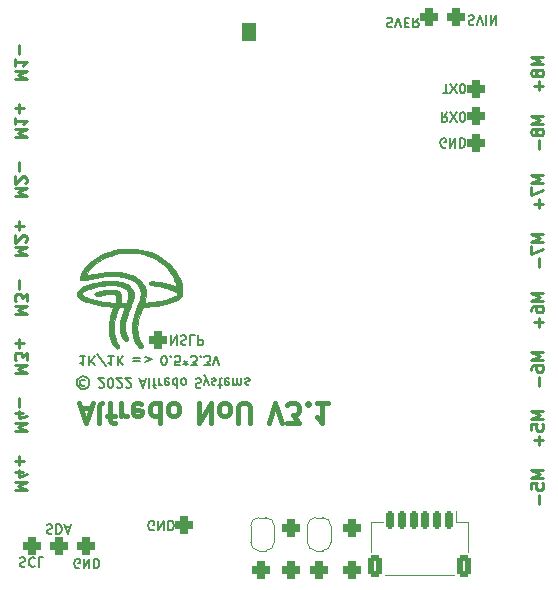
<source format=gbr>
%TF.GenerationSoftware,KiCad,Pcbnew,(7.0.0)*%
%TF.CreationDate,2023-08-07T02:07:43-04:00*%
%TF.ProjectId,NoU3,4e6f5533-2e6b-4696-9361-645f70636258,rev?*%
%TF.SameCoordinates,Original*%
%TF.FileFunction,Legend,Bot*%
%TF.FilePolarity,Positive*%
%FSLAX46Y46*%
G04 Gerber Fmt 4.6, Leading zero omitted, Abs format (unit mm)*
G04 Created by KiCad (PCBNEW (7.0.0)) date 2023-08-07 02:07:43*
%MOMM*%
%LPD*%
G01*
G04 APERTURE LIST*
G04 Aperture macros list*
%AMRoundRect*
0 Rectangle with rounded corners*
0 $1 Rounding radius*
0 $2 $3 $4 $5 $6 $7 $8 $9 X,Y pos of 4 corners*
0 Add a 4 corners polygon primitive as box body*
4,1,4,$2,$3,$4,$5,$6,$7,$8,$9,$2,$3,0*
0 Add four circle primitives for the rounded corners*
1,1,$1+$1,$2,$3*
1,1,$1+$1,$4,$5*
1,1,$1+$1,$6,$7*
1,1,$1+$1,$8,$9*
0 Add four rect primitives between the rounded corners*
20,1,$1+$1,$2,$3,$4,$5,0*
20,1,$1+$1,$4,$5,$6,$7,0*
20,1,$1+$1,$6,$7,$8,$9,0*
20,1,$1+$1,$8,$9,$2,$3,0*%
%AMFreePoly0*
4,1,19,0.500000,-0.750000,0.000000,-0.750000,0.000000,-0.744911,-0.071157,-0.744911,-0.207708,-0.704816,-0.327430,-0.627875,-0.420627,-0.520320,-0.479746,-0.390866,-0.500000,-0.250000,-0.500000,0.250000,-0.479746,0.390866,-0.420627,0.520320,-0.327430,0.627875,-0.207708,0.704816,-0.071157,0.744911,0.000000,0.744911,0.000000,0.750000,0.500000,0.750000,0.500000,-0.750000,0.500000,-0.750000,
$1*%
%AMFreePoly1*
4,1,19,0.000000,0.744911,0.071157,0.744911,0.207708,0.704816,0.327430,0.627875,0.420627,0.520320,0.479746,0.390866,0.500000,0.250000,0.500000,-0.250000,0.479746,-0.390866,0.420627,-0.520320,0.327430,-0.627875,0.207708,-0.704816,0.071157,-0.744911,0.000000,-0.744911,0.000000,-0.750000,-0.500000,-0.750000,-0.500000,0.750000,0.000000,0.750000,0.000000,0.744911,0.000000,0.744911,
$1*%
G04 Aperture macros list end*
%ADD10C,0.200000*%
%ADD11C,0.250000*%
%ADD12C,0.400000*%
%ADD13C,0.120000*%
%ADD14C,0.010000*%
%ADD15C,1.200000*%
%ADD16C,3.200000*%
%ADD17C,2.100000*%
%ADD18O,1.700000X1.700000*%
%ADD19RoundRect,0.800000X0.000000X-0.600000X0.000000X-0.600000X0.000000X0.600000X0.000000X0.600000X0*%
%ADD20RoundRect,0.800000X0.600000X0.000000X0.600000X0.000000X-0.600000X0.000000X-0.600000X0.000000X0*%
%ADD21C,1.500000*%
%ADD22C,0.600000*%
%ADD23O,0.900000X2.000000*%
%ADD24O,0.900000X1.700000*%
%ADD25RoundRect,0.375000X0.375000X0.375000X-0.375000X0.375000X-0.375000X-0.375000X0.375000X-0.375000X0*%
%ADD26RoundRect,0.375000X0.375000X-0.375000X0.375000X0.375000X-0.375000X0.375000X-0.375000X-0.375000X0*%
%ADD27RoundRect,0.375000X-0.375000X-0.375000X0.375000X-0.375000X0.375000X0.375000X-0.375000X0.375000X0*%
%ADD28FreePoly0,90.000000*%
%ADD29FreePoly1,90.000000*%
%ADD30FreePoly0,270.000000*%
%ADD31FreePoly1,270.000000*%
%ADD32RoundRect,0.150000X0.150000X0.625000X-0.150000X0.625000X-0.150000X-0.625000X0.150000X-0.625000X0*%
%ADD33RoundRect,0.250000X0.350000X0.650000X-0.350000X0.650000X-0.350000X-0.650000X0.350000X-0.650000X0*%
G04 APERTURE END LIST*
D10*
X9152380Y17687809D02*
X9266666Y17725904D01*
X9266666Y17725904D02*
X9457142Y17725904D01*
X9457142Y17725904D02*
X9533333Y17687809D01*
X9533333Y17687809D02*
X9571428Y17649714D01*
X9571428Y17649714D02*
X9609523Y17573523D01*
X9609523Y17573523D02*
X9609523Y17497333D01*
X9609523Y17497333D02*
X9571428Y17421142D01*
X9571428Y17421142D02*
X9533333Y17383047D01*
X9533333Y17383047D02*
X9457142Y17344952D01*
X9457142Y17344952D02*
X9304761Y17306857D01*
X9304761Y17306857D02*
X9228571Y17268761D01*
X9228571Y17268761D02*
X9190476Y17230666D01*
X9190476Y17230666D02*
X9152380Y17154476D01*
X9152380Y17154476D02*
X9152380Y17078285D01*
X9152380Y17078285D02*
X9190476Y17002095D01*
X9190476Y17002095D02*
X9228571Y16964000D01*
X9228571Y16964000D02*
X9304761Y16925904D01*
X9304761Y16925904D02*
X9495238Y16925904D01*
X9495238Y16925904D02*
X9609523Y16964000D01*
X9838095Y16925904D02*
X10104762Y17725904D01*
X10104762Y17725904D02*
X10371428Y16925904D01*
X10638095Y17306857D02*
X10904761Y17306857D01*
X11019047Y17725904D02*
X10638095Y17725904D01*
X10638095Y17725904D02*
X10638095Y16925904D01*
X10638095Y16925904D02*
X11019047Y16925904D01*
X11819048Y17725904D02*
X11552381Y17344952D01*
X11361905Y17725904D02*
X11361905Y16925904D01*
X11361905Y16925904D02*
X11666667Y16925904D01*
X11666667Y16925904D02*
X11742857Y16964000D01*
X11742857Y16964000D02*
X11780952Y17002095D01*
X11780952Y17002095D02*
X11819048Y17078285D01*
X11819048Y17078285D02*
X11819048Y17192571D01*
X11819048Y17192571D02*
X11780952Y17268761D01*
X11780952Y17268761D02*
X11742857Y17306857D01*
X11742857Y17306857D02*
X11666667Y17344952D01*
X11666667Y17344952D02*
X11361905Y17344952D01*
D11*
X-22367380Y-22278570D02*
X-21367380Y-22278570D01*
X-21367380Y-22278570D02*
X-22081666Y-21945237D01*
X-22081666Y-21945237D02*
X-21367380Y-21611904D01*
X-21367380Y-21611904D02*
X-22367380Y-21611904D01*
X-21700714Y-20707142D02*
X-22367380Y-20707142D01*
X-21319761Y-20945237D02*
X-22034047Y-21183332D01*
X-22034047Y-21183332D02*
X-22034047Y-20564285D01*
X-21986428Y-20183332D02*
X-21986428Y-19421428D01*
X-22367380Y-19802380D02*
X-21605476Y-19802380D01*
X-22367380Y7592858D02*
X-21367380Y7592858D01*
X-21367380Y7592858D02*
X-22081666Y7926191D01*
X-22081666Y7926191D02*
X-21367380Y8259524D01*
X-21367380Y8259524D02*
X-22367380Y8259524D01*
X-22367380Y9259524D02*
X-22367380Y8688096D01*
X-22367380Y8973810D02*
X-21367380Y8973810D01*
X-21367380Y8973810D02*
X-21510238Y8878572D01*
X-21510238Y8878572D02*
X-21605476Y8783334D01*
X-21605476Y8783334D02*
X-21653095Y8688096D01*
X-21986428Y9688096D02*
X-21986428Y10450001D01*
X-22367380Y10069048D02*
X-21605476Y10069048D01*
D10*
X-16424762Y-13415619D02*
X-16500953Y-13453714D01*
X-16500953Y-13453714D02*
X-16653334Y-13453714D01*
X-16653334Y-13453714D02*
X-16729524Y-13415619D01*
X-16729524Y-13415619D02*
X-16805715Y-13339428D01*
X-16805715Y-13339428D02*
X-16843810Y-13263238D01*
X-16843810Y-13263238D02*
X-16843810Y-13110857D01*
X-16843810Y-13110857D02*
X-16805715Y-13034666D01*
X-16805715Y-13034666D02*
X-16729524Y-12958476D01*
X-16729524Y-12958476D02*
X-16653334Y-12920380D01*
X-16653334Y-12920380D02*
X-16500953Y-12920380D01*
X-16500953Y-12920380D02*
X-16424762Y-12958476D01*
X-16577143Y-13720380D02*
X-16767619Y-13682285D01*
X-16767619Y-13682285D02*
X-16958096Y-13568000D01*
X-16958096Y-13568000D02*
X-17072381Y-13377523D01*
X-17072381Y-13377523D02*
X-17110477Y-13187047D01*
X-17110477Y-13187047D02*
X-17072381Y-12996571D01*
X-17072381Y-12996571D02*
X-16958096Y-12806095D01*
X-16958096Y-12806095D02*
X-16767619Y-12691809D01*
X-16767619Y-12691809D02*
X-16577143Y-12653714D01*
X-16577143Y-12653714D02*
X-16386667Y-12691809D01*
X-16386667Y-12691809D02*
X-16196191Y-12806095D01*
X-16196191Y-12806095D02*
X-16081905Y-12996571D01*
X-16081905Y-12996571D02*
X-16043810Y-13187047D01*
X-16043810Y-13187047D02*
X-16081905Y-13377523D01*
X-16081905Y-13377523D02*
X-16196191Y-13568000D01*
X-16196191Y-13568000D02*
X-16386667Y-13682285D01*
X-16386667Y-13682285D02*
X-16577143Y-13720380D01*
X-15259048Y-13529904D02*
X-15220952Y-13568000D01*
X-15220952Y-13568000D02*
X-15144762Y-13606095D01*
X-15144762Y-13606095D02*
X-14954286Y-13606095D01*
X-14954286Y-13606095D02*
X-14878095Y-13568000D01*
X-14878095Y-13568000D02*
X-14840000Y-13529904D01*
X-14840000Y-13529904D02*
X-14801905Y-13453714D01*
X-14801905Y-13453714D02*
X-14801905Y-13377523D01*
X-14801905Y-13377523D02*
X-14840000Y-13263238D01*
X-14840000Y-13263238D02*
X-15297143Y-12806095D01*
X-15297143Y-12806095D02*
X-14801905Y-12806095D01*
X-14306666Y-13606095D02*
X-14230476Y-13606095D01*
X-14230476Y-13606095D02*
X-14154285Y-13568000D01*
X-14154285Y-13568000D02*
X-14116190Y-13529904D01*
X-14116190Y-13529904D02*
X-14078095Y-13453714D01*
X-14078095Y-13453714D02*
X-14040000Y-13301333D01*
X-14040000Y-13301333D02*
X-14040000Y-13110857D01*
X-14040000Y-13110857D02*
X-14078095Y-12958476D01*
X-14078095Y-12958476D02*
X-14116190Y-12882285D01*
X-14116190Y-12882285D02*
X-14154285Y-12844190D01*
X-14154285Y-12844190D02*
X-14230476Y-12806095D01*
X-14230476Y-12806095D02*
X-14306666Y-12806095D01*
X-14306666Y-12806095D02*
X-14382857Y-12844190D01*
X-14382857Y-12844190D02*
X-14420952Y-12882285D01*
X-14420952Y-12882285D02*
X-14459047Y-12958476D01*
X-14459047Y-12958476D02*
X-14497143Y-13110857D01*
X-14497143Y-13110857D02*
X-14497143Y-13301333D01*
X-14497143Y-13301333D02*
X-14459047Y-13453714D01*
X-14459047Y-13453714D02*
X-14420952Y-13529904D01*
X-14420952Y-13529904D02*
X-14382857Y-13568000D01*
X-14382857Y-13568000D02*
X-14306666Y-13606095D01*
X-13735238Y-13529904D02*
X-13697142Y-13568000D01*
X-13697142Y-13568000D02*
X-13620952Y-13606095D01*
X-13620952Y-13606095D02*
X-13430476Y-13606095D01*
X-13430476Y-13606095D02*
X-13354285Y-13568000D01*
X-13354285Y-13568000D02*
X-13316190Y-13529904D01*
X-13316190Y-13529904D02*
X-13278095Y-13453714D01*
X-13278095Y-13453714D02*
X-13278095Y-13377523D01*
X-13278095Y-13377523D02*
X-13316190Y-13263238D01*
X-13316190Y-13263238D02*
X-13773333Y-12806095D01*
X-13773333Y-12806095D02*
X-13278095Y-12806095D01*
X-12973333Y-13529904D02*
X-12935237Y-13568000D01*
X-12935237Y-13568000D02*
X-12859047Y-13606095D01*
X-12859047Y-13606095D02*
X-12668571Y-13606095D01*
X-12668571Y-13606095D02*
X-12592380Y-13568000D01*
X-12592380Y-13568000D02*
X-12554285Y-13529904D01*
X-12554285Y-13529904D02*
X-12516190Y-13453714D01*
X-12516190Y-13453714D02*
X-12516190Y-13377523D01*
X-12516190Y-13377523D02*
X-12554285Y-13263238D01*
X-12554285Y-13263238D02*
X-13011428Y-12806095D01*
X-13011428Y-12806095D02*
X-12516190Y-12806095D01*
X-11731428Y-13034666D02*
X-11350475Y-13034666D01*
X-11807618Y-12806095D02*
X-11540951Y-13606095D01*
X-11540951Y-13606095D02*
X-11274285Y-12806095D01*
X-10893333Y-12806095D02*
X-10969523Y-12844190D01*
X-10969523Y-12844190D02*
X-11007618Y-12920380D01*
X-11007618Y-12920380D02*
X-11007618Y-13606095D01*
X-10702856Y-13339428D02*
X-10398094Y-13339428D01*
X-10588570Y-12806095D02*
X-10588570Y-13491809D01*
X-10588570Y-13491809D02*
X-10550475Y-13568000D01*
X-10550475Y-13568000D02*
X-10474285Y-13606095D01*
X-10474285Y-13606095D02*
X-10398094Y-13606095D01*
X-10131427Y-12806095D02*
X-10131427Y-13339428D01*
X-10131427Y-13187047D02*
X-10093332Y-13263238D01*
X-10093332Y-13263238D02*
X-10055237Y-13301333D01*
X-10055237Y-13301333D02*
X-9979046Y-13339428D01*
X-9979046Y-13339428D02*
X-9902856Y-13339428D01*
X-9331427Y-12844190D02*
X-9407618Y-12806095D01*
X-9407618Y-12806095D02*
X-9559999Y-12806095D01*
X-9559999Y-12806095D02*
X-9636189Y-12844190D01*
X-9636189Y-12844190D02*
X-9674285Y-12920380D01*
X-9674285Y-12920380D02*
X-9674285Y-13225142D01*
X-9674285Y-13225142D02*
X-9636189Y-13301333D01*
X-9636189Y-13301333D02*
X-9559999Y-13339428D01*
X-9559999Y-13339428D02*
X-9407618Y-13339428D01*
X-9407618Y-13339428D02*
X-9331427Y-13301333D01*
X-9331427Y-13301333D02*
X-9293332Y-13225142D01*
X-9293332Y-13225142D02*
X-9293332Y-13148952D01*
X-9293332Y-13148952D02*
X-9674285Y-13072761D01*
X-8607618Y-12806095D02*
X-8607618Y-13606095D01*
X-8607618Y-12844190D02*
X-8683809Y-12806095D01*
X-8683809Y-12806095D02*
X-8836190Y-12806095D01*
X-8836190Y-12806095D02*
X-8912380Y-12844190D01*
X-8912380Y-12844190D02*
X-8950475Y-12882285D01*
X-8950475Y-12882285D02*
X-8988571Y-12958476D01*
X-8988571Y-12958476D02*
X-8988571Y-13187047D01*
X-8988571Y-13187047D02*
X-8950475Y-13263238D01*
X-8950475Y-13263238D02*
X-8912380Y-13301333D01*
X-8912380Y-13301333D02*
X-8836190Y-13339428D01*
X-8836190Y-13339428D02*
X-8683809Y-13339428D01*
X-8683809Y-13339428D02*
X-8607618Y-13301333D01*
X-8112380Y-12806095D02*
X-8188570Y-12844190D01*
X-8188570Y-12844190D02*
X-8226665Y-12882285D01*
X-8226665Y-12882285D02*
X-8264761Y-12958476D01*
X-8264761Y-12958476D02*
X-8264761Y-13187047D01*
X-8264761Y-13187047D02*
X-8226665Y-13263238D01*
X-8226665Y-13263238D02*
X-8188570Y-13301333D01*
X-8188570Y-13301333D02*
X-8112380Y-13339428D01*
X-8112380Y-13339428D02*
X-7998094Y-13339428D01*
X-7998094Y-13339428D02*
X-7921903Y-13301333D01*
X-7921903Y-13301333D02*
X-7883808Y-13263238D01*
X-7883808Y-13263238D02*
X-7845713Y-13187047D01*
X-7845713Y-13187047D02*
X-7845713Y-12958476D01*
X-7845713Y-12958476D02*
X-7883808Y-12882285D01*
X-7883808Y-12882285D02*
X-7921903Y-12844190D01*
X-7921903Y-12844190D02*
X-7998094Y-12806095D01*
X-7998094Y-12806095D02*
X-8112380Y-12806095D01*
X-7060951Y-12844190D02*
X-6946665Y-12806095D01*
X-6946665Y-12806095D02*
X-6756189Y-12806095D01*
X-6756189Y-12806095D02*
X-6679998Y-12844190D01*
X-6679998Y-12844190D02*
X-6641903Y-12882285D01*
X-6641903Y-12882285D02*
X-6603808Y-12958476D01*
X-6603808Y-12958476D02*
X-6603808Y-13034666D01*
X-6603808Y-13034666D02*
X-6641903Y-13110857D01*
X-6641903Y-13110857D02*
X-6679998Y-13148952D01*
X-6679998Y-13148952D02*
X-6756189Y-13187047D01*
X-6756189Y-13187047D02*
X-6908570Y-13225142D01*
X-6908570Y-13225142D02*
X-6984760Y-13263238D01*
X-6984760Y-13263238D02*
X-7022855Y-13301333D01*
X-7022855Y-13301333D02*
X-7060951Y-13377523D01*
X-7060951Y-13377523D02*
X-7060951Y-13453714D01*
X-7060951Y-13453714D02*
X-7022855Y-13529904D01*
X-7022855Y-13529904D02*
X-6984760Y-13568000D01*
X-6984760Y-13568000D02*
X-6908570Y-13606095D01*
X-6908570Y-13606095D02*
X-6718093Y-13606095D01*
X-6718093Y-13606095D02*
X-6603808Y-13568000D01*
X-6337141Y-13339428D02*
X-6146665Y-12806095D01*
X-5956188Y-13339428D02*
X-6146665Y-12806095D01*
X-6146665Y-12806095D02*
X-6222855Y-12615619D01*
X-6222855Y-12615619D02*
X-6260950Y-12577523D01*
X-6260950Y-12577523D02*
X-6337141Y-12539428D01*
X-5689522Y-12844190D02*
X-5613331Y-12806095D01*
X-5613331Y-12806095D02*
X-5460950Y-12806095D01*
X-5460950Y-12806095D02*
X-5384760Y-12844190D01*
X-5384760Y-12844190D02*
X-5346664Y-12920380D01*
X-5346664Y-12920380D02*
X-5346664Y-12958476D01*
X-5346664Y-12958476D02*
X-5384760Y-13034666D01*
X-5384760Y-13034666D02*
X-5460950Y-13072761D01*
X-5460950Y-13072761D02*
X-5575236Y-13072761D01*
X-5575236Y-13072761D02*
X-5651426Y-13110857D01*
X-5651426Y-13110857D02*
X-5689522Y-13187047D01*
X-5689522Y-13187047D02*
X-5689522Y-13225142D01*
X-5689522Y-13225142D02*
X-5651426Y-13301333D01*
X-5651426Y-13301333D02*
X-5575236Y-13339428D01*
X-5575236Y-13339428D02*
X-5460950Y-13339428D01*
X-5460950Y-13339428D02*
X-5384760Y-13301333D01*
X-5118093Y-13339428D02*
X-4813331Y-13339428D01*
X-5003807Y-13606095D02*
X-5003807Y-12920380D01*
X-5003807Y-12920380D02*
X-4965712Y-12844190D01*
X-4965712Y-12844190D02*
X-4889522Y-12806095D01*
X-4889522Y-12806095D02*
X-4813331Y-12806095D01*
X-4241902Y-12844190D02*
X-4318093Y-12806095D01*
X-4318093Y-12806095D02*
X-4470474Y-12806095D01*
X-4470474Y-12806095D02*
X-4546664Y-12844190D01*
X-4546664Y-12844190D02*
X-4584760Y-12920380D01*
X-4584760Y-12920380D02*
X-4584760Y-13225142D01*
X-4584760Y-13225142D02*
X-4546664Y-13301333D01*
X-4546664Y-13301333D02*
X-4470474Y-13339428D01*
X-4470474Y-13339428D02*
X-4318093Y-13339428D01*
X-4318093Y-13339428D02*
X-4241902Y-13301333D01*
X-4241902Y-13301333D02*
X-4203807Y-13225142D01*
X-4203807Y-13225142D02*
X-4203807Y-13148952D01*
X-4203807Y-13148952D02*
X-4584760Y-13072761D01*
X-3860950Y-12806095D02*
X-3860950Y-13339428D01*
X-3860950Y-13263238D02*
X-3822855Y-13301333D01*
X-3822855Y-13301333D02*
X-3746665Y-13339428D01*
X-3746665Y-13339428D02*
X-3632379Y-13339428D01*
X-3632379Y-13339428D02*
X-3556188Y-13301333D01*
X-3556188Y-13301333D02*
X-3518093Y-13225142D01*
X-3518093Y-13225142D02*
X-3518093Y-12806095D01*
X-3518093Y-13225142D02*
X-3479998Y-13301333D01*
X-3479998Y-13301333D02*
X-3403807Y-13339428D01*
X-3403807Y-13339428D02*
X-3289522Y-13339428D01*
X-3289522Y-13339428D02*
X-3213331Y-13301333D01*
X-3213331Y-13301333D02*
X-3175236Y-13225142D01*
X-3175236Y-13225142D02*
X-3175236Y-12806095D01*
X-2832379Y-12844190D02*
X-2756188Y-12806095D01*
X-2756188Y-12806095D02*
X-2603807Y-12806095D01*
X-2603807Y-12806095D02*
X-2527617Y-12844190D01*
X-2527617Y-12844190D02*
X-2489521Y-12920380D01*
X-2489521Y-12920380D02*
X-2489521Y-12958476D01*
X-2489521Y-12958476D02*
X-2527617Y-13034666D01*
X-2527617Y-13034666D02*
X-2603807Y-13072761D01*
X-2603807Y-13072761D02*
X-2718093Y-13072761D01*
X-2718093Y-13072761D02*
X-2794283Y-13110857D01*
X-2794283Y-13110857D02*
X-2832379Y-13187047D01*
X-2832379Y-13187047D02*
X-2832379Y-13225142D01*
X-2832379Y-13225142D02*
X-2794283Y-13301333D01*
X-2794283Y-13301333D02*
X-2718093Y-13339428D01*
X-2718093Y-13339428D02*
X-2603807Y-13339428D01*
X-2603807Y-13339428D02*
X-2527617Y-13301333D01*
D11*
X22367380Y-571429D02*
X21367380Y-571429D01*
X21367380Y-571429D02*
X22081666Y-904762D01*
X22081666Y-904762D02*
X21367380Y-1238095D01*
X21367380Y-1238095D02*
X22367380Y-1238095D01*
X21367380Y-1619048D02*
X21367380Y-2285714D01*
X21367380Y-2285714D02*
X22367380Y-1857143D01*
X21986428Y-2666667D02*
X21986428Y-3428572D01*
D10*
X-16890476Y-28836000D02*
X-16966666Y-28874095D01*
X-16966666Y-28874095D02*
X-17080952Y-28874095D01*
X-17080952Y-28874095D02*
X-17195238Y-28836000D01*
X-17195238Y-28836000D02*
X-17271428Y-28759809D01*
X-17271428Y-28759809D02*
X-17309523Y-28683619D01*
X-17309523Y-28683619D02*
X-17347619Y-28531238D01*
X-17347619Y-28531238D02*
X-17347619Y-28416952D01*
X-17347619Y-28416952D02*
X-17309523Y-28264571D01*
X-17309523Y-28264571D02*
X-17271428Y-28188380D01*
X-17271428Y-28188380D02*
X-17195238Y-28112190D01*
X-17195238Y-28112190D02*
X-17080952Y-28074095D01*
X-17080952Y-28074095D02*
X-17004761Y-28074095D01*
X-17004761Y-28074095D02*
X-16890476Y-28112190D01*
X-16890476Y-28112190D02*
X-16852380Y-28150285D01*
X-16852380Y-28150285D02*
X-16852380Y-28416952D01*
X-16852380Y-28416952D02*
X-17004761Y-28416952D01*
X-16509523Y-28074095D02*
X-16509523Y-28874095D01*
X-16509523Y-28874095D02*
X-16052380Y-28074095D01*
X-16052380Y-28074095D02*
X-16052380Y-28874095D01*
X-15671428Y-28074095D02*
X-15671428Y-28874095D01*
X-15671428Y-28874095D02*
X-15480952Y-28874095D01*
X-15480952Y-28874095D02*
X-15366666Y-28836000D01*
X-15366666Y-28836000D02*
X-15290476Y-28759809D01*
X-15290476Y-28759809D02*
X-15252381Y-28683619D01*
X-15252381Y-28683619D02*
X-15214285Y-28531238D01*
X-15214285Y-28531238D02*
X-15214285Y-28416952D01*
X-15214285Y-28416952D02*
X-15252381Y-28264571D01*
X-15252381Y-28264571D02*
X-15290476Y-28188380D01*
X-15290476Y-28188380D02*
X-15366666Y-28112190D01*
X-15366666Y-28112190D02*
X-15480952Y-28074095D01*
X-15480952Y-28074095D02*
X-15671428Y-28074095D01*
X-10590476Y-25636000D02*
X-10666666Y-25674095D01*
X-10666666Y-25674095D02*
X-10780952Y-25674095D01*
X-10780952Y-25674095D02*
X-10895238Y-25636000D01*
X-10895238Y-25636000D02*
X-10971428Y-25559809D01*
X-10971428Y-25559809D02*
X-11009523Y-25483619D01*
X-11009523Y-25483619D02*
X-11047619Y-25331238D01*
X-11047619Y-25331238D02*
X-11047619Y-25216952D01*
X-11047619Y-25216952D02*
X-11009523Y-25064571D01*
X-11009523Y-25064571D02*
X-10971428Y-24988380D01*
X-10971428Y-24988380D02*
X-10895238Y-24912190D01*
X-10895238Y-24912190D02*
X-10780952Y-24874095D01*
X-10780952Y-24874095D02*
X-10704761Y-24874095D01*
X-10704761Y-24874095D02*
X-10590476Y-24912190D01*
X-10590476Y-24912190D02*
X-10552380Y-24950285D01*
X-10552380Y-24950285D02*
X-10552380Y-25216952D01*
X-10552380Y-25216952D02*
X-10704761Y-25216952D01*
X-10209523Y-24874095D02*
X-10209523Y-25674095D01*
X-10209523Y-25674095D02*
X-9752380Y-24874095D01*
X-9752380Y-24874095D02*
X-9752380Y-25674095D01*
X-9371428Y-24874095D02*
X-9371428Y-25674095D01*
X-9371428Y-25674095D02*
X-9180952Y-25674095D01*
X-9180952Y-25674095D02*
X-9066666Y-25636000D01*
X-9066666Y-25636000D02*
X-8990476Y-25559809D01*
X-8990476Y-25559809D02*
X-8952381Y-25483619D01*
X-8952381Y-25483619D02*
X-8914285Y-25331238D01*
X-8914285Y-25331238D02*
X-8914285Y-25216952D01*
X-8914285Y-25216952D02*
X-8952381Y-25064571D01*
X-8952381Y-25064571D02*
X-8990476Y-24988380D01*
X-8990476Y-24988380D02*
X-9066666Y-24912190D01*
X-9066666Y-24912190D02*
X-9180952Y-24874095D01*
X-9180952Y-24874095D02*
X-9371428Y-24874095D01*
X-16394285Y-10906095D02*
X-16851428Y-10906095D01*
X-16622856Y-10906095D02*
X-16622856Y-11706095D01*
X-16622856Y-11706095D02*
X-16699047Y-11591809D01*
X-16699047Y-11591809D02*
X-16775237Y-11515619D01*
X-16775237Y-11515619D02*
X-16851428Y-11477523D01*
X-16051427Y-10906095D02*
X-16051427Y-11706095D01*
X-15594284Y-10906095D02*
X-15937142Y-11363238D01*
X-15594284Y-11706095D02*
X-16051427Y-11248952D01*
X-14679999Y-11744190D02*
X-15365713Y-10715619D01*
X-13994285Y-10906095D02*
X-14451428Y-10906095D01*
X-14222856Y-10906095D02*
X-14222856Y-11706095D01*
X-14222856Y-11706095D02*
X-14299047Y-11591809D01*
X-14299047Y-11591809D02*
X-14375237Y-11515619D01*
X-14375237Y-11515619D02*
X-14451428Y-11477523D01*
X-13651427Y-10906095D02*
X-13651427Y-11706095D01*
X-13194284Y-10906095D02*
X-13537142Y-11363238D01*
X-13194284Y-11706095D02*
X-13651427Y-11248952D01*
X-12371427Y-11325142D02*
X-11761904Y-11325142D01*
X-11761904Y-11096571D02*
X-12371427Y-11096571D01*
X-11380951Y-11439428D02*
X-10771428Y-11210857D01*
X-10771428Y-11210857D02*
X-11380951Y-10982285D01*
X-9758094Y-11706095D02*
X-9681904Y-11706095D01*
X-9681904Y-11706095D02*
X-9605713Y-11668000D01*
X-9605713Y-11668000D02*
X-9567618Y-11629904D01*
X-9567618Y-11629904D02*
X-9529523Y-11553714D01*
X-9529523Y-11553714D02*
X-9491428Y-11401333D01*
X-9491428Y-11401333D02*
X-9491428Y-11210857D01*
X-9491428Y-11210857D02*
X-9529523Y-11058476D01*
X-9529523Y-11058476D02*
X-9567618Y-10982285D01*
X-9567618Y-10982285D02*
X-9605713Y-10944190D01*
X-9605713Y-10944190D02*
X-9681904Y-10906095D01*
X-9681904Y-10906095D02*
X-9758094Y-10906095D01*
X-9758094Y-10906095D02*
X-9834285Y-10944190D01*
X-9834285Y-10944190D02*
X-9872380Y-10982285D01*
X-9872380Y-10982285D02*
X-9910475Y-11058476D01*
X-9910475Y-11058476D02*
X-9948571Y-11210857D01*
X-9948571Y-11210857D02*
X-9948571Y-11401333D01*
X-9948571Y-11401333D02*
X-9910475Y-11553714D01*
X-9910475Y-11553714D02*
X-9872380Y-11629904D01*
X-9872380Y-11629904D02*
X-9834285Y-11668000D01*
X-9834285Y-11668000D02*
X-9758094Y-11706095D01*
X-9148570Y-10982285D02*
X-9110475Y-10944190D01*
X-9110475Y-10944190D02*
X-9148570Y-10906095D01*
X-9148570Y-10906095D02*
X-9186666Y-10944190D01*
X-9186666Y-10944190D02*
X-9148570Y-10982285D01*
X-9148570Y-10982285D02*
X-9148570Y-10906095D01*
X-8386666Y-11706095D02*
X-8767618Y-11706095D01*
X-8767618Y-11706095D02*
X-8805714Y-11325142D01*
X-8805714Y-11325142D02*
X-8767618Y-11363238D01*
X-8767618Y-11363238D02*
X-8691428Y-11401333D01*
X-8691428Y-11401333D02*
X-8500952Y-11401333D01*
X-8500952Y-11401333D02*
X-8424761Y-11363238D01*
X-8424761Y-11363238D02*
X-8386666Y-11325142D01*
X-8386666Y-11325142D02*
X-8348571Y-11248952D01*
X-8348571Y-11248952D02*
X-8348571Y-11058476D01*
X-8348571Y-11058476D02*
X-8386666Y-10982285D01*
X-8386666Y-10982285D02*
X-8424761Y-10944190D01*
X-8424761Y-10944190D02*
X-8500952Y-10906095D01*
X-8500952Y-10906095D02*
X-8691428Y-10906095D01*
X-8691428Y-10906095D02*
X-8767618Y-10944190D01*
X-8767618Y-10944190D02*
X-8805714Y-10982285D01*
X-7891428Y-11706095D02*
X-7891428Y-11515619D01*
X-8081904Y-11591809D02*
X-7891428Y-11515619D01*
X-7891428Y-11515619D02*
X-7700951Y-11591809D01*
X-8005713Y-11363238D02*
X-7891428Y-11515619D01*
X-7891428Y-11515619D02*
X-7777142Y-11363238D01*
X-7472380Y-11706095D02*
X-6977142Y-11706095D01*
X-6977142Y-11706095D02*
X-7243808Y-11401333D01*
X-7243808Y-11401333D02*
X-7129523Y-11401333D01*
X-7129523Y-11401333D02*
X-7053332Y-11363238D01*
X-7053332Y-11363238D02*
X-7015237Y-11325142D01*
X-7015237Y-11325142D02*
X-6977142Y-11248952D01*
X-6977142Y-11248952D02*
X-6977142Y-11058476D01*
X-6977142Y-11058476D02*
X-7015237Y-10982285D01*
X-7015237Y-10982285D02*
X-7053332Y-10944190D01*
X-7053332Y-10944190D02*
X-7129523Y-10906095D01*
X-7129523Y-10906095D02*
X-7358094Y-10906095D01*
X-7358094Y-10906095D02*
X-7434285Y-10944190D01*
X-7434285Y-10944190D02*
X-7472380Y-10982285D01*
X-6634284Y-10982285D02*
X-6596189Y-10944190D01*
X-6596189Y-10944190D02*
X-6634284Y-10906095D01*
X-6634284Y-10906095D02*
X-6672380Y-10944190D01*
X-6672380Y-10944190D02*
X-6634284Y-10982285D01*
X-6634284Y-10982285D02*
X-6634284Y-10906095D01*
X-6329523Y-11706095D02*
X-5834285Y-11706095D01*
X-5834285Y-11706095D02*
X-6100951Y-11401333D01*
X-6100951Y-11401333D02*
X-5986666Y-11401333D01*
X-5986666Y-11401333D02*
X-5910475Y-11363238D01*
X-5910475Y-11363238D02*
X-5872380Y-11325142D01*
X-5872380Y-11325142D02*
X-5834285Y-11248952D01*
X-5834285Y-11248952D02*
X-5834285Y-11058476D01*
X-5834285Y-11058476D02*
X-5872380Y-10982285D01*
X-5872380Y-10982285D02*
X-5910475Y-10944190D01*
X-5910475Y-10944190D02*
X-5986666Y-10906095D01*
X-5986666Y-10906095D02*
X-6215237Y-10906095D01*
X-6215237Y-10906095D02*
X-6291428Y-10944190D01*
X-6291428Y-10944190D02*
X-6329523Y-10982285D01*
X-5605713Y-11706095D02*
X-5339046Y-10906095D01*
X-5339046Y-10906095D02*
X-5072380Y-11706095D01*
X14109523Y6764000D02*
X14033333Y6725904D01*
X14033333Y6725904D02*
X13919047Y6725904D01*
X13919047Y6725904D02*
X13804761Y6764000D01*
X13804761Y6764000D02*
X13728571Y6840190D01*
X13728571Y6840190D02*
X13690476Y6916380D01*
X13690476Y6916380D02*
X13652380Y7068761D01*
X13652380Y7068761D02*
X13652380Y7183047D01*
X13652380Y7183047D02*
X13690476Y7335428D01*
X13690476Y7335428D02*
X13728571Y7411619D01*
X13728571Y7411619D02*
X13804761Y7487809D01*
X13804761Y7487809D02*
X13919047Y7525904D01*
X13919047Y7525904D02*
X13995238Y7525904D01*
X13995238Y7525904D02*
X14109523Y7487809D01*
X14109523Y7487809D02*
X14147619Y7449714D01*
X14147619Y7449714D02*
X14147619Y7183047D01*
X14147619Y7183047D02*
X13995238Y7183047D01*
X14490476Y7525904D02*
X14490476Y6725904D01*
X14490476Y6725904D02*
X14947619Y7525904D01*
X14947619Y7525904D02*
X14947619Y6725904D01*
X15328571Y7525904D02*
X15328571Y6725904D01*
X15328571Y6725904D02*
X15519047Y6725904D01*
X15519047Y6725904D02*
X15633333Y6764000D01*
X15633333Y6764000D02*
X15709523Y6840190D01*
X15709523Y6840190D02*
X15747618Y6916380D01*
X15747618Y6916380D02*
X15785714Y7068761D01*
X15785714Y7068761D02*
X15785714Y7183047D01*
X15785714Y7183047D02*
X15747618Y7335428D01*
X15747618Y7335428D02*
X15709523Y7411619D01*
X15709523Y7411619D02*
X15633333Y7487809D01*
X15633333Y7487809D02*
X15519047Y7525904D01*
X15519047Y7525904D02*
X15328571Y7525904D01*
D11*
X-22367380Y-2364283D02*
X-21367380Y-2364283D01*
X-21367380Y-2364283D02*
X-22081666Y-2030950D01*
X-22081666Y-2030950D02*
X-21367380Y-1697617D01*
X-21367380Y-1697617D02*
X-22367380Y-1697617D01*
X-21462619Y-1269045D02*
X-21415000Y-1221426D01*
X-21415000Y-1221426D02*
X-21367380Y-1126188D01*
X-21367380Y-1126188D02*
X-21367380Y-888093D01*
X-21367380Y-888093D02*
X-21415000Y-792855D01*
X-21415000Y-792855D02*
X-21462619Y-745236D01*
X-21462619Y-745236D02*
X-21557857Y-697617D01*
X-21557857Y-697617D02*
X-21653095Y-697617D01*
X-21653095Y-697617D02*
X-21795952Y-745236D01*
X-21795952Y-745236D02*
X-22367380Y-1316664D01*
X-22367380Y-1316664D02*
X-22367380Y-697617D01*
X-21986428Y-269045D02*
X-21986428Y492859D01*
X-22367380Y111906D02*
X-21605476Y111906D01*
X22367380Y4428570D02*
X21367380Y4428570D01*
X21367380Y4428570D02*
X22081666Y4095237D01*
X22081666Y4095237D02*
X21367380Y3761904D01*
X21367380Y3761904D02*
X22367380Y3761904D01*
X21367380Y3380951D02*
X21367380Y2714285D01*
X21367380Y2714285D02*
X22367380Y3142856D01*
X21986428Y2333332D02*
X21986428Y1571428D01*
X22367380Y1952380D02*
X21605476Y1952380D01*
X22367380Y-5571429D02*
X21367380Y-5571429D01*
X21367380Y-5571429D02*
X22081666Y-5904762D01*
X22081666Y-5904762D02*
X21367380Y-6238095D01*
X21367380Y-6238095D02*
X22367380Y-6238095D01*
X21367380Y-7142857D02*
X21367380Y-6952381D01*
X21367380Y-6952381D02*
X21415000Y-6857143D01*
X21415000Y-6857143D02*
X21462619Y-6809524D01*
X21462619Y-6809524D02*
X21605476Y-6714286D01*
X21605476Y-6714286D02*
X21795952Y-6666667D01*
X21795952Y-6666667D02*
X22176904Y-6666667D01*
X22176904Y-6666667D02*
X22272142Y-6714286D01*
X22272142Y-6714286D02*
X22319761Y-6761905D01*
X22319761Y-6761905D02*
X22367380Y-6857143D01*
X22367380Y-6857143D02*
X22367380Y-7047619D01*
X22367380Y-7047619D02*
X22319761Y-7142857D01*
X22319761Y-7142857D02*
X22272142Y-7190476D01*
X22272142Y-7190476D02*
X22176904Y-7238095D01*
X22176904Y-7238095D02*
X21938809Y-7238095D01*
X21938809Y-7238095D02*
X21843571Y-7190476D01*
X21843571Y-7190476D02*
X21795952Y-7142857D01*
X21795952Y-7142857D02*
X21748333Y-7047619D01*
X21748333Y-7047619D02*
X21748333Y-6857143D01*
X21748333Y-6857143D02*
X21795952Y-6761905D01*
X21795952Y-6761905D02*
X21843571Y-6714286D01*
X21843571Y-6714286D02*
X21938809Y-6666667D01*
X21986428Y-7666667D02*
X21986428Y-8428572D01*
X22367380Y-8047619D02*
X21605476Y-8047619D01*
X-22367380Y-12321425D02*
X-21367380Y-12321425D01*
X-21367380Y-12321425D02*
X-22081666Y-11988092D01*
X-22081666Y-11988092D02*
X-21367380Y-11654759D01*
X-21367380Y-11654759D02*
X-22367380Y-11654759D01*
X-21367380Y-11273806D02*
X-21367380Y-10654759D01*
X-21367380Y-10654759D02*
X-21748333Y-10988092D01*
X-21748333Y-10988092D02*
X-21748333Y-10845235D01*
X-21748333Y-10845235D02*
X-21795952Y-10749997D01*
X-21795952Y-10749997D02*
X-21843571Y-10702378D01*
X-21843571Y-10702378D02*
X-21938809Y-10654759D01*
X-21938809Y-10654759D02*
X-22176904Y-10654759D01*
X-22176904Y-10654759D02*
X-22272142Y-10702378D01*
X-22272142Y-10702378D02*
X-22319761Y-10749997D01*
X-22319761Y-10749997D02*
X-22367380Y-10845235D01*
X-22367380Y-10845235D02*
X-22367380Y-11130949D01*
X-22367380Y-11130949D02*
X-22319761Y-11226187D01*
X-22319761Y-11226187D02*
X-22272142Y-11273806D01*
X-21986428Y-10226187D02*
X-21986428Y-9464283D01*
X-22367380Y-9845235D02*
X-21605476Y-9845235D01*
D10*
X16052380Y17887809D02*
X16166666Y17925904D01*
X16166666Y17925904D02*
X16357142Y17925904D01*
X16357142Y17925904D02*
X16433333Y17887809D01*
X16433333Y17887809D02*
X16471428Y17849714D01*
X16471428Y17849714D02*
X16509523Y17773523D01*
X16509523Y17773523D02*
X16509523Y17697333D01*
X16509523Y17697333D02*
X16471428Y17621142D01*
X16471428Y17621142D02*
X16433333Y17583047D01*
X16433333Y17583047D02*
X16357142Y17544952D01*
X16357142Y17544952D02*
X16204761Y17506857D01*
X16204761Y17506857D02*
X16128571Y17468761D01*
X16128571Y17468761D02*
X16090476Y17430666D01*
X16090476Y17430666D02*
X16052380Y17354476D01*
X16052380Y17354476D02*
X16052380Y17278285D01*
X16052380Y17278285D02*
X16090476Y17202095D01*
X16090476Y17202095D02*
X16128571Y17164000D01*
X16128571Y17164000D02*
X16204761Y17125904D01*
X16204761Y17125904D02*
X16395238Y17125904D01*
X16395238Y17125904D02*
X16509523Y17164000D01*
X16738095Y17125904D02*
X17004762Y17925904D01*
X17004762Y17925904D02*
X17271428Y17125904D01*
X17538095Y17925904D02*
X17538095Y17125904D01*
X17919047Y17925904D02*
X17919047Y17125904D01*
X17919047Y17125904D02*
X18376190Y17925904D01*
X18376190Y17925904D02*
X18376190Y17125904D01*
D11*
X22367380Y14428570D02*
X21367380Y14428570D01*
X21367380Y14428570D02*
X22081666Y14095237D01*
X22081666Y14095237D02*
X21367380Y13761904D01*
X21367380Y13761904D02*
X22367380Y13761904D01*
X21795952Y13142856D02*
X21748333Y13238094D01*
X21748333Y13238094D02*
X21700714Y13285713D01*
X21700714Y13285713D02*
X21605476Y13333332D01*
X21605476Y13333332D02*
X21557857Y13333332D01*
X21557857Y13333332D02*
X21462619Y13285713D01*
X21462619Y13285713D02*
X21415000Y13238094D01*
X21415000Y13238094D02*
X21367380Y13142856D01*
X21367380Y13142856D02*
X21367380Y12952380D01*
X21367380Y12952380D02*
X21415000Y12857142D01*
X21415000Y12857142D02*
X21462619Y12809523D01*
X21462619Y12809523D02*
X21557857Y12761904D01*
X21557857Y12761904D02*
X21605476Y12761904D01*
X21605476Y12761904D02*
X21700714Y12809523D01*
X21700714Y12809523D02*
X21748333Y12857142D01*
X21748333Y12857142D02*
X21795952Y12952380D01*
X21795952Y12952380D02*
X21795952Y13142856D01*
X21795952Y13142856D02*
X21843571Y13238094D01*
X21843571Y13238094D02*
X21891190Y13285713D01*
X21891190Y13285713D02*
X21986428Y13333332D01*
X21986428Y13333332D02*
X22176904Y13333332D01*
X22176904Y13333332D02*
X22272142Y13285713D01*
X22272142Y13285713D02*
X22319761Y13238094D01*
X22319761Y13238094D02*
X22367380Y13142856D01*
X22367380Y13142856D02*
X22367380Y12952380D01*
X22367380Y12952380D02*
X22319761Y12857142D01*
X22319761Y12857142D02*
X22272142Y12809523D01*
X22272142Y12809523D02*
X22176904Y12761904D01*
X22176904Y12761904D02*
X21986428Y12761904D01*
X21986428Y12761904D02*
X21891190Y12809523D01*
X21891190Y12809523D02*
X21843571Y12857142D01*
X21843571Y12857142D02*
X21795952Y12952380D01*
X21986428Y12333332D02*
X21986428Y11571428D01*
X22367380Y11952380D02*
X21605476Y11952380D01*
X-22367380Y-17299996D02*
X-21367380Y-17299996D01*
X-21367380Y-17299996D02*
X-22081666Y-16966663D01*
X-22081666Y-16966663D02*
X-21367380Y-16633330D01*
X-21367380Y-16633330D02*
X-22367380Y-16633330D01*
X-21700714Y-15728568D02*
X-22367380Y-15728568D01*
X-21319761Y-15966663D02*
X-22034047Y-16204758D01*
X-22034047Y-16204758D02*
X-22034047Y-15585711D01*
X-21986428Y-15204758D02*
X-21986428Y-14442854D01*
D10*
X14247619Y9725904D02*
X13980952Y9344952D01*
X13790476Y9725904D02*
X13790476Y8925904D01*
X13790476Y8925904D02*
X14095238Y8925904D01*
X14095238Y8925904D02*
X14171428Y8964000D01*
X14171428Y8964000D02*
X14209523Y9002095D01*
X14209523Y9002095D02*
X14247619Y9078285D01*
X14247619Y9078285D02*
X14247619Y9192571D01*
X14247619Y9192571D02*
X14209523Y9268761D01*
X14209523Y9268761D02*
X14171428Y9306857D01*
X14171428Y9306857D02*
X14095238Y9344952D01*
X14095238Y9344952D02*
X13790476Y9344952D01*
X14514285Y8925904D02*
X15047619Y9725904D01*
X15047619Y8925904D02*
X14514285Y9725904D01*
X15504762Y8925904D02*
X15580952Y8925904D01*
X15580952Y8925904D02*
X15657143Y8964000D01*
X15657143Y8964000D02*
X15695238Y9002095D01*
X15695238Y9002095D02*
X15733333Y9078285D01*
X15733333Y9078285D02*
X15771428Y9230666D01*
X15771428Y9230666D02*
X15771428Y9421142D01*
X15771428Y9421142D02*
X15733333Y9573523D01*
X15733333Y9573523D02*
X15695238Y9649714D01*
X15695238Y9649714D02*
X15657143Y9687809D01*
X15657143Y9687809D02*
X15580952Y9725904D01*
X15580952Y9725904D02*
X15504762Y9725904D01*
X15504762Y9725904D02*
X15428571Y9687809D01*
X15428571Y9687809D02*
X15390476Y9649714D01*
X15390476Y9649714D02*
X15352381Y9573523D01*
X15352381Y9573523D02*
X15314285Y9421142D01*
X15314285Y9421142D02*
X15314285Y9230666D01*
X15314285Y9230666D02*
X15352381Y9078285D01*
X15352381Y9078285D02*
X15390476Y9002095D01*
X15390476Y9002095D02*
X15428571Y8964000D01*
X15428571Y8964000D02*
X15504762Y8925904D01*
X-9109523Y-9174095D02*
X-9109523Y-9974095D01*
X-9109523Y-9974095D02*
X-8652380Y-9174095D01*
X-8652380Y-9174095D02*
X-8652380Y-9974095D01*
X-8309524Y-9212190D02*
X-8195238Y-9174095D01*
X-8195238Y-9174095D02*
X-8004762Y-9174095D01*
X-8004762Y-9174095D02*
X-7928571Y-9212190D01*
X-7928571Y-9212190D02*
X-7890476Y-9250285D01*
X-7890476Y-9250285D02*
X-7852381Y-9326476D01*
X-7852381Y-9326476D02*
X-7852381Y-9402666D01*
X-7852381Y-9402666D02*
X-7890476Y-9478857D01*
X-7890476Y-9478857D02*
X-7928571Y-9516952D01*
X-7928571Y-9516952D02*
X-8004762Y-9555047D01*
X-8004762Y-9555047D02*
X-8157143Y-9593142D01*
X-8157143Y-9593142D02*
X-8233333Y-9631238D01*
X-8233333Y-9631238D02*
X-8271428Y-9669333D01*
X-8271428Y-9669333D02*
X-8309524Y-9745523D01*
X-8309524Y-9745523D02*
X-8309524Y-9821714D01*
X-8309524Y-9821714D02*
X-8271428Y-9897904D01*
X-8271428Y-9897904D02*
X-8233333Y-9936000D01*
X-8233333Y-9936000D02*
X-8157143Y-9974095D01*
X-8157143Y-9974095D02*
X-7966666Y-9974095D01*
X-7966666Y-9974095D02*
X-7852381Y-9936000D01*
X-7128571Y-9174095D02*
X-7509523Y-9174095D01*
X-7509523Y-9174095D02*
X-7509523Y-9974095D01*
X-6861904Y-9174095D02*
X-6861904Y-9974095D01*
X-6861904Y-9974095D02*
X-6557142Y-9974095D01*
X-6557142Y-9974095D02*
X-6480952Y-9936000D01*
X-6480952Y-9936000D02*
X-6442857Y-9897904D01*
X-6442857Y-9897904D02*
X-6404761Y-9821714D01*
X-6404761Y-9821714D02*
X-6404761Y-9707428D01*
X-6404761Y-9707428D02*
X-6442857Y-9631238D01*
X-6442857Y-9631238D02*
X-6480952Y-9593142D01*
X-6480952Y-9593142D02*
X-6557142Y-9555047D01*
X-6557142Y-9555047D02*
X-6861904Y-9555047D01*
D11*
X22367380Y-20571429D02*
X21367380Y-20571429D01*
X21367380Y-20571429D02*
X22081666Y-20904762D01*
X22081666Y-20904762D02*
X21367380Y-21238095D01*
X21367380Y-21238095D02*
X22367380Y-21238095D01*
X21367380Y-22190476D02*
X21367380Y-21714286D01*
X21367380Y-21714286D02*
X21843571Y-21666667D01*
X21843571Y-21666667D02*
X21795952Y-21714286D01*
X21795952Y-21714286D02*
X21748333Y-21809524D01*
X21748333Y-21809524D02*
X21748333Y-22047619D01*
X21748333Y-22047619D02*
X21795952Y-22142857D01*
X21795952Y-22142857D02*
X21843571Y-22190476D01*
X21843571Y-22190476D02*
X21938809Y-22238095D01*
X21938809Y-22238095D02*
X22176904Y-22238095D01*
X22176904Y-22238095D02*
X22272142Y-22190476D01*
X22272142Y-22190476D02*
X22319761Y-22142857D01*
X22319761Y-22142857D02*
X22367380Y-22047619D01*
X22367380Y-22047619D02*
X22367380Y-21809524D01*
X22367380Y-21809524D02*
X22319761Y-21714286D01*
X22319761Y-21714286D02*
X22272142Y-21666667D01*
X21986428Y-22666667D02*
X21986428Y-23428572D01*
X22367380Y-15571429D02*
X21367380Y-15571429D01*
X21367380Y-15571429D02*
X22081666Y-15904762D01*
X22081666Y-15904762D02*
X21367380Y-16238095D01*
X21367380Y-16238095D02*
X22367380Y-16238095D01*
X21367380Y-17190476D02*
X21367380Y-16714286D01*
X21367380Y-16714286D02*
X21843571Y-16666667D01*
X21843571Y-16666667D02*
X21795952Y-16714286D01*
X21795952Y-16714286D02*
X21748333Y-16809524D01*
X21748333Y-16809524D02*
X21748333Y-17047619D01*
X21748333Y-17047619D02*
X21795952Y-17142857D01*
X21795952Y-17142857D02*
X21843571Y-17190476D01*
X21843571Y-17190476D02*
X21938809Y-17238095D01*
X21938809Y-17238095D02*
X22176904Y-17238095D01*
X22176904Y-17238095D02*
X22272142Y-17190476D01*
X22272142Y-17190476D02*
X22319761Y-17142857D01*
X22319761Y-17142857D02*
X22367380Y-17047619D01*
X22367380Y-17047619D02*
X22367380Y-16809524D01*
X22367380Y-16809524D02*
X22319761Y-16714286D01*
X22319761Y-16714286D02*
X22272142Y-16666667D01*
X21986428Y-17666667D02*
X21986428Y-18428572D01*
X22367380Y-18047619D02*
X21605476Y-18047619D01*
X22367380Y9428570D02*
X21367380Y9428570D01*
X21367380Y9428570D02*
X22081666Y9095237D01*
X22081666Y9095237D02*
X21367380Y8761904D01*
X21367380Y8761904D02*
X22367380Y8761904D01*
X21795952Y8142856D02*
X21748333Y8238094D01*
X21748333Y8238094D02*
X21700714Y8285713D01*
X21700714Y8285713D02*
X21605476Y8333332D01*
X21605476Y8333332D02*
X21557857Y8333332D01*
X21557857Y8333332D02*
X21462619Y8285713D01*
X21462619Y8285713D02*
X21415000Y8238094D01*
X21415000Y8238094D02*
X21367380Y8142856D01*
X21367380Y8142856D02*
X21367380Y7952380D01*
X21367380Y7952380D02*
X21415000Y7857142D01*
X21415000Y7857142D02*
X21462619Y7809523D01*
X21462619Y7809523D02*
X21557857Y7761904D01*
X21557857Y7761904D02*
X21605476Y7761904D01*
X21605476Y7761904D02*
X21700714Y7809523D01*
X21700714Y7809523D02*
X21748333Y7857142D01*
X21748333Y7857142D02*
X21795952Y7952380D01*
X21795952Y7952380D02*
X21795952Y8142856D01*
X21795952Y8142856D02*
X21843571Y8238094D01*
X21843571Y8238094D02*
X21891190Y8285713D01*
X21891190Y8285713D02*
X21986428Y8333332D01*
X21986428Y8333332D02*
X22176904Y8333332D01*
X22176904Y8333332D02*
X22272142Y8285713D01*
X22272142Y8285713D02*
X22319761Y8238094D01*
X22319761Y8238094D02*
X22367380Y8142856D01*
X22367380Y8142856D02*
X22367380Y7952380D01*
X22367380Y7952380D02*
X22319761Y7857142D01*
X22319761Y7857142D02*
X22272142Y7809523D01*
X22272142Y7809523D02*
X22176904Y7761904D01*
X22176904Y7761904D02*
X21986428Y7761904D01*
X21986428Y7761904D02*
X21891190Y7809523D01*
X21891190Y7809523D02*
X21843571Y7857142D01*
X21843571Y7857142D02*
X21795952Y7952380D01*
X21986428Y7333332D02*
X21986428Y6571428D01*
X22367380Y-10571429D02*
X21367380Y-10571429D01*
X21367380Y-10571429D02*
X22081666Y-10904762D01*
X22081666Y-10904762D02*
X21367380Y-11238095D01*
X21367380Y-11238095D02*
X22367380Y-11238095D01*
X21367380Y-12142857D02*
X21367380Y-11952381D01*
X21367380Y-11952381D02*
X21415000Y-11857143D01*
X21415000Y-11857143D02*
X21462619Y-11809524D01*
X21462619Y-11809524D02*
X21605476Y-11714286D01*
X21605476Y-11714286D02*
X21795952Y-11666667D01*
X21795952Y-11666667D02*
X22176904Y-11666667D01*
X22176904Y-11666667D02*
X22272142Y-11714286D01*
X22272142Y-11714286D02*
X22319761Y-11761905D01*
X22319761Y-11761905D02*
X22367380Y-11857143D01*
X22367380Y-11857143D02*
X22367380Y-12047619D01*
X22367380Y-12047619D02*
X22319761Y-12142857D01*
X22319761Y-12142857D02*
X22272142Y-12190476D01*
X22272142Y-12190476D02*
X22176904Y-12238095D01*
X22176904Y-12238095D02*
X21938809Y-12238095D01*
X21938809Y-12238095D02*
X21843571Y-12190476D01*
X21843571Y-12190476D02*
X21795952Y-12142857D01*
X21795952Y-12142857D02*
X21748333Y-12047619D01*
X21748333Y-12047619D02*
X21748333Y-11857143D01*
X21748333Y-11857143D02*
X21795952Y-11761905D01*
X21795952Y-11761905D02*
X21843571Y-11714286D01*
X21843571Y-11714286D02*
X21938809Y-11666667D01*
X21986428Y-12666667D02*
X21986428Y-13428572D01*
X-22367380Y-7342854D02*
X-21367380Y-7342854D01*
X-21367380Y-7342854D02*
X-22081666Y-7009521D01*
X-22081666Y-7009521D02*
X-21367380Y-6676188D01*
X-21367380Y-6676188D02*
X-22367380Y-6676188D01*
X-21367380Y-6295235D02*
X-21367380Y-5676188D01*
X-21367380Y-5676188D02*
X-21748333Y-6009521D01*
X-21748333Y-6009521D02*
X-21748333Y-5866664D01*
X-21748333Y-5866664D02*
X-21795952Y-5771426D01*
X-21795952Y-5771426D02*
X-21843571Y-5723807D01*
X-21843571Y-5723807D02*
X-21938809Y-5676188D01*
X-21938809Y-5676188D02*
X-22176904Y-5676188D01*
X-22176904Y-5676188D02*
X-22272142Y-5723807D01*
X-22272142Y-5723807D02*
X-22319761Y-5771426D01*
X-22319761Y-5771426D02*
X-22367380Y-5866664D01*
X-22367380Y-5866664D02*
X-22367380Y-6152378D01*
X-22367380Y-6152378D02*
X-22319761Y-6247616D01*
X-22319761Y-6247616D02*
X-22272142Y-6295235D01*
X-21986428Y-5247616D02*
X-21986428Y-4485712D01*
D10*
X13876190Y11325904D02*
X14333333Y11325904D01*
X14104761Y12125904D02*
X14104761Y11325904D01*
X14523809Y11325904D02*
X15057143Y12125904D01*
X15057143Y11325904D02*
X14523809Y12125904D01*
X15514286Y11325904D02*
X15590476Y11325904D01*
X15590476Y11325904D02*
X15666667Y11364000D01*
X15666667Y11364000D02*
X15704762Y11402095D01*
X15704762Y11402095D02*
X15742857Y11478285D01*
X15742857Y11478285D02*
X15780952Y11630666D01*
X15780952Y11630666D02*
X15780952Y11821142D01*
X15780952Y11821142D02*
X15742857Y11973523D01*
X15742857Y11973523D02*
X15704762Y12049714D01*
X15704762Y12049714D02*
X15666667Y12087809D01*
X15666667Y12087809D02*
X15590476Y12125904D01*
X15590476Y12125904D02*
X15514286Y12125904D01*
X15514286Y12125904D02*
X15438095Y12087809D01*
X15438095Y12087809D02*
X15400000Y12049714D01*
X15400000Y12049714D02*
X15361905Y11973523D01*
X15361905Y11973523D02*
X15323809Y11821142D01*
X15323809Y11821142D02*
X15323809Y11630666D01*
X15323809Y11630666D02*
X15361905Y11478285D01*
X15361905Y11478285D02*
X15400000Y11402095D01*
X15400000Y11402095D02*
X15438095Y11364000D01*
X15438095Y11364000D02*
X15514286Y11325904D01*
D12*
X-16750952Y-15361165D02*
X-15941428Y-15361165D01*
X-16912857Y-14875451D02*
X-16346190Y-16575451D01*
X-16346190Y-16575451D02*
X-15779523Y-14875451D01*
X-14969999Y-14875451D02*
X-15131904Y-14956403D01*
X-15131904Y-14956403D02*
X-15212857Y-15118308D01*
X-15212857Y-15118308D02*
X-15212857Y-16575451D01*
X-14565238Y-16008784D02*
X-13917619Y-16008784D01*
X-14322381Y-14875451D02*
X-14322381Y-16332594D01*
X-14322381Y-16332594D02*
X-14241428Y-16494499D01*
X-14241428Y-16494499D02*
X-14079523Y-16575451D01*
X-14079523Y-16575451D02*
X-13917619Y-16575451D01*
X-13350952Y-14875451D02*
X-13350952Y-16008784D01*
X-13350952Y-15684975D02*
X-13269999Y-15846879D01*
X-13269999Y-15846879D02*
X-13189047Y-15927832D01*
X-13189047Y-15927832D02*
X-13027142Y-16008784D01*
X-13027142Y-16008784D02*
X-12865237Y-16008784D01*
X-11650952Y-14956403D02*
X-11812856Y-14875451D01*
X-11812856Y-14875451D02*
X-12136666Y-14875451D01*
X-12136666Y-14875451D02*
X-12298571Y-14956403D01*
X-12298571Y-14956403D02*
X-12379523Y-15118308D01*
X-12379523Y-15118308D02*
X-12379523Y-15765927D01*
X-12379523Y-15765927D02*
X-12298571Y-15927832D01*
X-12298571Y-15927832D02*
X-12136666Y-16008784D01*
X-12136666Y-16008784D02*
X-11812856Y-16008784D01*
X-11812856Y-16008784D02*
X-11650952Y-15927832D01*
X-11650952Y-15927832D02*
X-11569999Y-15765927D01*
X-11569999Y-15765927D02*
X-11569999Y-15604022D01*
X-11569999Y-15604022D02*
X-12379523Y-15442118D01*
X-10112856Y-14875451D02*
X-10112856Y-16575451D01*
X-10112856Y-14956403D02*
X-10274761Y-14875451D01*
X-10274761Y-14875451D02*
X-10598570Y-14875451D01*
X-10598570Y-14875451D02*
X-10760475Y-14956403D01*
X-10760475Y-14956403D02*
X-10841428Y-15037356D01*
X-10841428Y-15037356D02*
X-10922380Y-15199260D01*
X-10922380Y-15199260D02*
X-10922380Y-15684975D01*
X-10922380Y-15684975D02*
X-10841428Y-15846879D01*
X-10841428Y-15846879D02*
X-10760475Y-15927832D01*
X-10760475Y-15927832D02*
X-10598570Y-16008784D01*
X-10598570Y-16008784D02*
X-10274761Y-16008784D01*
X-10274761Y-16008784D02*
X-10112856Y-15927832D01*
X-9060475Y-14875451D02*
X-9222380Y-14956403D01*
X-9222380Y-14956403D02*
X-9303333Y-15037356D01*
X-9303333Y-15037356D02*
X-9384285Y-15199260D01*
X-9384285Y-15199260D02*
X-9384285Y-15684975D01*
X-9384285Y-15684975D02*
X-9303333Y-15846879D01*
X-9303333Y-15846879D02*
X-9222380Y-15927832D01*
X-9222380Y-15927832D02*
X-9060475Y-16008784D01*
X-9060475Y-16008784D02*
X-8817618Y-16008784D01*
X-8817618Y-16008784D02*
X-8655714Y-15927832D01*
X-8655714Y-15927832D02*
X-8574761Y-15846879D01*
X-8574761Y-15846879D02*
X-8493809Y-15684975D01*
X-8493809Y-15684975D02*
X-8493809Y-15199260D01*
X-8493809Y-15199260D02*
X-8574761Y-15037356D01*
X-8574761Y-15037356D02*
X-8655714Y-14956403D01*
X-8655714Y-14956403D02*
X-8817618Y-14875451D01*
X-8817618Y-14875451D02*
X-9060475Y-14875451D01*
X-6745238Y-14875451D02*
X-6745238Y-16575451D01*
X-6745238Y-16575451D02*
X-5773809Y-14875451D01*
X-5773809Y-14875451D02*
X-5773809Y-16575451D01*
X-4721428Y-14875451D02*
X-4883333Y-14956403D01*
X-4883333Y-14956403D02*
X-4964286Y-15037356D01*
X-4964286Y-15037356D02*
X-5045238Y-15199260D01*
X-5045238Y-15199260D02*
X-5045238Y-15684975D01*
X-5045238Y-15684975D02*
X-4964286Y-15846879D01*
X-4964286Y-15846879D02*
X-4883333Y-15927832D01*
X-4883333Y-15927832D02*
X-4721428Y-16008784D01*
X-4721428Y-16008784D02*
X-4478571Y-16008784D01*
X-4478571Y-16008784D02*
X-4316667Y-15927832D01*
X-4316667Y-15927832D02*
X-4235714Y-15846879D01*
X-4235714Y-15846879D02*
X-4154762Y-15684975D01*
X-4154762Y-15684975D02*
X-4154762Y-15199260D01*
X-4154762Y-15199260D02*
X-4235714Y-15037356D01*
X-4235714Y-15037356D02*
X-4316667Y-14956403D01*
X-4316667Y-14956403D02*
X-4478571Y-14875451D01*
X-4478571Y-14875451D02*
X-4721428Y-14875451D01*
X-3426191Y-16575451D02*
X-3426191Y-15199260D01*
X-3426191Y-15199260D02*
X-3345238Y-15037356D01*
X-3345238Y-15037356D02*
X-3264286Y-14956403D01*
X-3264286Y-14956403D02*
X-3102381Y-14875451D01*
X-3102381Y-14875451D02*
X-2778572Y-14875451D01*
X-2778572Y-14875451D02*
X-2616667Y-14956403D01*
X-2616667Y-14956403D02*
X-2535714Y-15037356D01*
X-2535714Y-15037356D02*
X-2454762Y-15199260D01*
X-2454762Y-15199260D02*
X-2454762Y-16575451D01*
X-868096Y-16575451D02*
X-301429Y-14875451D01*
X-301429Y-14875451D02*
X265237Y-16575451D01*
X669999Y-16575451D02*
X1722380Y-16575451D01*
X1722380Y-16575451D02*
X1155713Y-15927832D01*
X1155713Y-15927832D02*
X1398570Y-15927832D01*
X1398570Y-15927832D02*
X1560475Y-15846879D01*
X1560475Y-15846879D02*
X1641427Y-15765927D01*
X1641427Y-15765927D02*
X1722380Y-15604022D01*
X1722380Y-15604022D02*
X1722380Y-15199260D01*
X1722380Y-15199260D02*
X1641427Y-15037356D01*
X1641427Y-15037356D02*
X1560475Y-14956403D01*
X1560475Y-14956403D02*
X1398570Y-14875451D01*
X1398570Y-14875451D02*
X912856Y-14875451D01*
X912856Y-14875451D02*
X750951Y-14956403D01*
X750951Y-14956403D02*
X669999Y-15037356D01*
X2450951Y-15037356D02*
X2531904Y-14956403D01*
X2531904Y-14956403D02*
X2450951Y-14875451D01*
X2450951Y-14875451D02*
X2369999Y-14956403D01*
X2369999Y-14956403D02*
X2450951Y-15037356D01*
X2450951Y-15037356D02*
X2450951Y-14875451D01*
X4150952Y-14875451D02*
X3179523Y-14875451D01*
X3665237Y-14875451D02*
X3665237Y-16575451D01*
X3665237Y-16575451D02*
X3503333Y-16332594D01*
X3503333Y-16332594D02*
X3341428Y-16170689D01*
X3341428Y-16170689D02*
X3179523Y-16089737D01*
D10*
X-21947619Y-28012190D02*
X-21833333Y-27974095D01*
X-21833333Y-27974095D02*
X-21642857Y-27974095D01*
X-21642857Y-27974095D02*
X-21566666Y-28012190D01*
X-21566666Y-28012190D02*
X-21528571Y-28050285D01*
X-21528571Y-28050285D02*
X-21490476Y-28126476D01*
X-21490476Y-28126476D02*
X-21490476Y-28202666D01*
X-21490476Y-28202666D02*
X-21528571Y-28278857D01*
X-21528571Y-28278857D02*
X-21566666Y-28316952D01*
X-21566666Y-28316952D02*
X-21642857Y-28355047D01*
X-21642857Y-28355047D02*
X-21795238Y-28393142D01*
X-21795238Y-28393142D02*
X-21871428Y-28431238D01*
X-21871428Y-28431238D02*
X-21909523Y-28469333D01*
X-21909523Y-28469333D02*
X-21947619Y-28545523D01*
X-21947619Y-28545523D02*
X-21947619Y-28621714D01*
X-21947619Y-28621714D02*
X-21909523Y-28697904D01*
X-21909523Y-28697904D02*
X-21871428Y-28736000D01*
X-21871428Y-28736000D02*
X-21795238Y-28774095D01*
X-21795238Y-28774095D02*
X-21604761Y-28774095D01*
X-21604761Y-28774095D02*
X-21490476Y-28736000D01*
X-20690475Y-28050285D02*
X-20728571Y-28012190D01*
X-20728571Y-28012190D02*
X-20842856Y-27974095D01*
X-20842856Y-27974095D02*
X-20919047Y-27974095D01*
X-20919047Y-27974095D02*
X-21033333Y-28012190D01*
X-21033333Y-28012190D02*
X-21109523Y-28088380D01*
X-21109523Y-28088380D02*
X-21147618Y-28164571D01*
X-21147618Y-28164571D02*
X-21185714Y-28316952D01*
X-21185714Y-28316952D02*
X-21185714Y-28431238D01*
X-21185714Y-28431238D02*
X-21147618Y-28583619D01*
X-21147618Y-28583619D02*
X-21109523Y-28659809D01*
X-21109523Y-28659809D02*
X-21033333Y-28736000D01*
X-21033333Y-28736000D02*
X-20919047Y-28774095D01*
X-20919047Y-28774095D02*
X-20842856Y-28774095D01*
X-20842856Y-28774095D02*
X-20728571Y-28736000D01*
X-20728571Y-28736000D02*
X-20690475Y-28697904D01*
X-19966666Y-27974095D02*
X-20347618Y-27974095D01*
X-20347618Y-27974095D02*
X-20347618Y-28774095D01*
D11*
X-22367380Y12571429D02*
X-21367380Y12571429D01*
X-21367380Y12571429D02*
X-22081666Y12904762D01*
X-22081666Y12904762D02*
X-21367380Y13238095D01*
X-21367380Y13238095D02*
X-22367380Y13238095D01*
X-22367380Y14238095D02*
X-22367380Y13666667D01*
X-22367380Y13952381D02*
X-21367380Y13952381D01*
X-21367380Y13952381D02*
X-21510238Y13857143D01*
X-21510238Y13857143D02*
X-21605476Y13761905D01*
X-21605476Y13761905D02*
X-21653095Y13666667D01*
X-21986428Y14666667D02*
X-21986428Y15428572D01*
X-22367380Y2614287D02*
X-21367380Y2614287D01*
X-21367380Y2614287D02*
X-22081666Y2947620D01*
X-22081666Y2947620D02*
X-21367380Y3280953D01*
X-21367380Y3280953D02*
X-22367380Y3280953D01*
X-21462619Y3709525D02*
X-21415000Y3757144D01*
X-21415000Y3757144D02*
X-21367380Y3852382D01*
X-21367380Y3852382D02*
X-21367380Y4090477D01*
X-21367380Y4090477D02*
X-21415000Y4185715D01*
X-21415000Y4185715D02*
X-21462619Y4233334D01*
X-21462619Y4233334D02*
X-21557857Y4280953D01*
X-21557857Y4280953D02*
X-21653095Y4280953D01*
X-21653095Y4280953D02*
X-21795952Y4233334D01*
X-21795952Y4233334D02*
X-22367380Y3661906D01*
X-22367380Y3661906D02*
X-22367380Y4280953D01*
X-21986428Y4709525D02*
X-21986428Y5471430D01*
D10*
X-19647619Y-25212190D02*
X-19533333Y-25174095D01*
X-19533333Y-25174095D02*
X-19342857Y-25174095D01*
X-19342857Y-25174095D02*
X-19266666Y-25212190D01*
X-19266666Y-25212190D02*
X-19228571Y-25250285D01*
X-19228571Y-25250285D02*
X-19190476Y-25326476D01*
X-19190476Y-25326476D02*
X-19190476Y-25402666D01*
X-19190476Y-25402666D02*
X-19228571Y-25478857D01*
X-19228571Y-25478857D02*
X-19266666Y-25516952D01*
X-19266666Y-25516952D02*
X-19342857Y-25555047D01*
X-19342857Y-25555047D02*
X-19495238Y-25593142D01*
X-19495238Y-25593142D02*
X-19571428Y-25631238D01*
X-19571428Y-25631238D02*
X-19609523Y-25669333D01*
X-19609523Y-25669333D02*
X-19647619Y-25745523D01*
X-19647619Y-25745523D02*
X-19647619Y-25821714D01*
X-19647619Y-25821714D02*
X-19609523Y-25897904D01*
X-19609523Y-25897904D02*
X-19571428Y-25936000D01*
X-19571428Y-25936000D02*
X-19495238Y-25974095D01*
X-19495238Y-25974095D02*
X-19304761Y-25974095D01*
X-19304761Y-25974095D02*
X-19190476Y-25936000D01*
X-18847618Y-25174095D02*
X-18847618Y-25974095D01*
X-18847618Y-25974095D02*
X-18657142Y-25974095D01*
X-18657142Y-25974095D02*
X-18542856Y-25936000D01*
X-18542856Y-25936000D02*
X-18466666Y-25859809D01*
X-18466666Y-25859809D02*
X-18428571Y-25783619D01*
X-18428571Y-25783619D02*
X-18390475Y-25631238D01*
X-18390475Y-25631238D02*
X-18390475Y-25516952D01*
X-18390475Y-25516952D02*
X-18428571Y-25364571D01*
X-18428571Y-25364571D02*
X-18466666Y-25288380D01*
X-18466666Y-25288380D02*
X-18542856Y-25212190D01*
X-18542856Y-25212190D02*
X-18657142Y-25174095D01*
X-18657142Y-25174095D02*
X-18847618Y-25174095D01*
X-18085714Y-25402666D02*
X-17704761Y-25402666D01*
X-18161904Y-25174095D02*
X-17895237Y-25974095D01*
X-17895237Y-25974095D02*
X-17628571Y-25174095D01*
D13*
%TO.C,JP2*%
X-1700000Y-27400000D02*
X-1100000Y-27400000D01*
X-400000Y-26700000D02*
X-400000Y-25300000D01*
X-2400000Y-25300000D02*
X-2400000Y-26700000D01*
X-1100000Y-24600000D02*
X-1700000Y-24600000D01*
X-2400000Y-26700000D02*
G75*
G03*
X-1700000Y-27400000I699999J-1D01*
G01*
X-1100000Y-27400000D02*
G75*
G03*
X-400000Y-26700000I1J699999D01*
G01*
X-1700000Y-24600000D02*
G75*
G03*
X-2400000Y-25300000I0J-700000D01*
G01*
X-400000Y-25300000D02*
G75*
G03*
X-1100000Y-24600000I-700000J0D01*
G01*
%TO.C,JP1*%
X3700000Y-24600000D02*
X3100000Y-24600000D01*
X2400000Y-25300000D02*
X2400000Y-26700000D01*
X4400000Y-26700000D02*
X4400000Y-25300000D01*
X3100000Y-27400000D02*
X3700000Y-27400000D01*
X4400000Y-25300000D02*
G75*
G03*
X3700000Y-24600000I-699999J1D01*
G01*
X3100000Y-24600000D02*
G75*
G03*
X2400000Y-25300000I-1J-699999D01*
G01*
X3700000Y-27400000D02*
G75*
G03*
X4400000Y-26700000I0J700000D01*
G01*
X2400000Y-26700000D02*
G75*
G03*
X3100000Y-27400000I700000J0D01*
G01*
%TO.C,G\u002A\u002A\u002A*%
G36*
X-17137766Y-5670372D02*
G01*
X-16691421Y-5670372D01*
X-16676558Y-5731472D01*
X-16625971Y-5792540D01*
X-16538683Y-5855499D01*
X-16413719Y-5922271D01*
X-16362853Y-5945948D01*
X-16137712Y-6035430D01*
X-15876433Y-6117173D01*
X-15578639Y-6191252D01*
X-15243955Y-6257744D01*
X-14872006Y-6316726D01*
X-14462415Y-6368276D01*
X-14014807Y-6412468D01*
X-13865383Y-6425447D01*
X-13831306Y-6310993D01*
X-13814285Y-6239826D01*
X-13798205Y-6143023D01*
X-13788834Y-6050000D01*
X-13792229Y-5921884D01*
X-13820416Y-5819970D01*
X-13875391Y-5741405D01*
X-13959077Y-5682033D01*
X-13980299Y-5671336D01*
X-14018054Y-5655604D01*
X-14057793Y-5646313D01*
X-14108771Y-5642457D01*
X-14180243Y-5643031D01*
X-14281462Y-5647032D01*
X-14353479Y-5651455D01*
X-14593166Y-5680271D01*
X-14858962Y-5731576D01*
X-15146972Y-5804658D01*
X-15183094Y-5814411D01*
X-15270223Y-5834975D01*
X-15346616Y-5849230D01*
X-15398980Y-5854542D01*
X-15433788Y-5852306D01*
X-15514769Y-5827869D01*
X-15576662Y-5781520D01*
X-15612844Y-5719536D01*
X-15616692Y-5648193D01*
X-15615523Y-5643020D01*
X-15603681Y-5616849D01*
X-15579991Y-5592366D01*
X-15541136Y-5568452D01*
X-15483796Y-5543991D01*
X-15404653Y-5517863D01*
X-15300387Y-5488952D01*
X-15167681Y-5456139D01*
X-15003214Y-5418305D01*
X-14803669Y-5374335D01*
X-14761562Y-5365262D01*
X-14633235Y-5339160D01*
X-14528332Y-5321262D01*
X-14435675Y-5310137D01*
X-14344085Y-5304354D01*
X-14242385Y-5302483D01*
X-14079458Y-5307078D01*
X-13891059Y-5329723D01*
X-13732721Y-5371921D01*
X-13601882Y-5434413D01*
X-13495980Y-5517938D01*
X-13460423Y-5556305D01*
X-13406474Y-5634065D01*
X-13370136Y-5723309D01*
X-13348309Y-5832936D01*
X-13337894Y-5971846D01*
X-13335746Y-6045160D01*
X-13336462Y-6124166D01*
X-13343011Y-6186471D01*
X-13357002Y-6245094D01*
X-13380041Y-6313053D01*
X-13384102Y-6324224D01*
X-13406588Y-6388149D01*
X-13421484Y-6434089D01*
X-13425742Y-6452735D01*
X-13425099Y-6452956D01*
X-13400153Y-6454937D01*
X-13344705Y-6457514D01*
X-13266225Y-6460378D01*
X-13172185Y-6463221D01*
X-12922601Y-6470077D01*
X-12866263Y-6323538D01*
X-12841887Y-6259231D01*
X-12798916Y-6137510D01*
X-12769432Y-6036486D01*
X-12751181Y-5946091D01*
X-12741908Y-5856259D01*
X-12739359Y-5756923D01*
X-12739401Y-5739838D01*
X-12741680Y-5649135D01*
X-12748953Y-5582907D01*
X-12763328Y-5528589D01*
X-12786916Y-5473615D01*
X-12852840Y-5366973D01*
X-12963295Y-5252727D01*
X-13108146Y-5153942D01*
X-13288075Y-5070168D01*
X-13503761Y-5000956D01*
X-13523566Y-4995746D01*
X-13587495Y-4980077D01*
X-13647198Y-4968262D01*
X-13709892Y-4959655D01*
X-13782794Y-4953609D01*
X-13873122Y-4949476D01*
X-13988093Y-4946610D01*
X-14134923Y-4944363D01*
X-14244843Y-4943471D01*
X-14468552Y-4945571D01*
X-14661060Y-4953196D01*
X-14818608Y-4966229D01*
X-15004831Y-4990047D01*
X-15271779Y-5033875D01*
X-15527889Y-5087154D01*
X-15769128Y-5148606D01*
X-15991462Y-5216954D01*
X-16190857Y-5290921D01*
X-16363280Y-5369231D01*
X-16504696Y-5450605D01*
X-16611073Y-5533766D01*
X-16617882Y-5540388D01*
X-16671537Y-5607318D01*
X-16691421Y-5670372D01*
X-17137766Y-5670372D01*
X-17126060Y-5568045D01*
X-17116091Y-5536625D01*
X-17055879Y-5424608D01*
X-16959390Y-5315571D01*
X-16828784Y-5210402D01*
X-16666220Y-5109993D01*
X-16473858Y-5015233D01*
X-16253857Y-4927013D01*
X-16008376Y-4846224D01*
X-15739575Y-4773755D01*
X-15449613Y-4710496D01*
X-15140649Y-4657339D01*
X-14814842Y-4615172D01*
X-14675114Y-4603048D01*
X-14512257Y-4594211D01*
X-14338576Y-4589003D01*
X-14164011Y-4587509D01*
X-13998498Y-4589810D01*
X-13851977Y-4595991D01*
X-13734385Y-4606134D01*
X-13732553Y-4606357D01*
X-13505832Y-4643638D01*
X-13285758Y-4698044D01*
X-13078755Y-4767127D01*
X-12891248Y-4848442D01*
X-12729661Y-4939541D01*
X-12600419Y-5037978D01*
X-12571671Y-5065078D01*
X-12442255Y-5215665D01*
X-12349476Y-5379675D01*
X-12293427Y-5556905D01*
X-12274199Y-5747154D01*
X-12274249Y-5770222D01*
X-12276500Y-5835703D01*
X-12282963Y-5900267D01*
X-12295008Y-5968531D01*
X-12314004Y-6045111D01*
X-12341321Y-6134623D01*
X-12378330Y-6241682D01*
X-12426399Y-6370905D01*
X-12486900Y-6526909D01*
X-12561200Y-6714308D01*
X-12606766Y-6829049D01*
X-12688083Y-7037692D01*
X-12756462Y-7219681D01*
X-12813938Y-7381043D01*
X-12862548Y-7527808D01*
X-12904329Y-7666003D01*
X-12941316Y-7801656D01*
X-12975547Y-7940795D01*
X-12997279Y-8038707D01*
X-13013438Y-8130284D01*
X-13023005Y-8218953D01*
X-13027445Y-8318687D01*
X-13028220Y-8443462D01*
X-13028189Y-8449970D01*
X-13022275Y-8626845D01*
X-13004792Y-8778429D01*
X-12972916Y-8917125D01*
X-12923822Y-9055335D01*
X-12854686Y-9205462D01*
X-12834845Y-9245909D01*
X-12792318Y-9343600D01*
X-12771336Y-9418617D01*
X-12771500Y-9478062D01*
X-12792408Y-9529038D01*
X-12833662Y-9578646D01*
X-12871680Y-9612913D01*
X-12919946Y-9638426D01*
X-12978701Y-9645077D01*
X-13005806Y-9643590D01*
X-13073433Y-9623135D01*
X-13134745Y-9575633D01*
X-13193824Y-9497226D01*
X-13254751Y-9384055D01*
X-13255574Y-9382335D01*
X-13365426Y-9110263D01*
X-13436925Y-8832802D01*
X-13470199Y-8548862D01*
X-13465377Y-8257348D01*
X-13422587Y-7957169D01*
X-13380288Y-7767736D01*
X-13314363Y-7516374D01*
X-13238344Y-7263699D01*
X-13157382Y-7027766D01*
X-13130873Y-6954961D01*
X-13106417Y-6885626D01*
X-13090512Y-6837876D01*
X-13085738Y-6819214D01*
X-13085831Y-6819152D01*
X-13107058Y-6817149D01*
X-13159373Y-6814540D01*
X-13235105Y-6811654D01*
X-13326581Y-6808823D01*
X-13563547Y-6802231D01*
X-13674211Y-7091467D01*
X-13788850Y-7415016D01*
X-13886991Y-7755512D01*
X-13954241Y-8077317D01*
X-13990876Y-8382832D01*
X-13997170Y-8674452D01*
X-13973402Y-8954577D01*
X-13919846Y-9225604D01*
X-13894638Y-9316708D01*
X-13838570Y-9477042D01*
X-13767290Y-9629997D01*
X-13675605Y-9786054D01*
X-13558326Y-9955697D01*
X-13534508Y-9993074D01*
X-13509505Y-10073341D01*
X-13523362Y-10149896D01*
X-13576123Y-10223415D01*
X-13582260Y-10229404D01*
X-13656448Y-10279314D01*
X-13733576Y-10290490D01*
X-13813785Y-10262884D01*
X-13897217Y-10196451D01*
X-13984014Y-10091145D01*
X-14103120Y-9899521D01*
X-14217267Y-9657105D01*
X-14308205Y-9393563D01*
X-14374429Y-9115381D01*
X-14414432Y-8829044D01*
X-14426708Y-8541037D01*
X-14409752Y-8257846D01*
X-14386375Y-8092508D01*
X-14340261Y-7851416D01*
X-14279658Y-7596072D01*
X-14207503Y-7337619D01*
X-14126734Y-7087201D01*
X-14040288Y-6855962D01*
X-14037234Y-6848422D01*
X-14015847Y-6793678D01*
X-14008984Y-6765442D01*
X-14016455Y-6754936D01*
X-14038072Y-6753385D01*
X-14047052Y-6753061D01*
X-14093242Y-6749681D01*
X-14167006Y-6743211D01*
X-14260294Y-6734376D01*
X-14365056Y-6723903D01*
X-14478037Y-6711953D01*
X-14887116Y-6661919D01*
X-15263987Y-6604711D01*
X-15608099Y-6540562D01*
X-15918899Y-6469701D01*
X-16195836Y-6392359D01*
X-16438358Y-6308768D01*
X-16645914Y-6219159D01*
X-16817951Y-6123761D01*
X-16953919Y-6022808D01*
X-17053266Y-5916528D01*
X-17115439Y-5805154D01*
X-17139888Y-5688916D01*
X-17137766Y-5670372D01*
G37*
D14*
X-17137766Y-5670372D02*
X-16691421Y-5670372D01*
X-16676558Y-5731472D01*
X-16625971Y-5792540D01*
X-16538683Y-5855499D01*
X-16413719Y-5922271D01*
X-16362853Y-5945948D01*
X-16137712Y-6035430D01*
X-15876433Y-6117173D01*
X-15578639Y-6191252D01*
X-15243955Y-6257744D01*
X-14872006Y-6316726D01*
X-14462415Y-6368276D01*
X-14014807Y-6412468D01*
X-13865383Y-6425447D01*
X-13831306Y-6310993D01*
X-13814285Y-6239826D01*
X-13798205Y-6143023D01*
X-13788834Y-6050000D01*
X-13792229Y-5921884D01*
X-13820416Y-5819970D01*
X-13875391Y-5741405D01*
X-13959077Y-5682033D01*
X-13980299Y-5671336D01*
X-14018054Y-5655604D01*
X-14057793Y-5646313D01*
X-14108771Y-5642457D01*
X-14180243Y-5643031D01*
X-14281462Y-5647032D01*
X-14353479Y-5651455D01*
X-14593166Y-5680271D01*
X-14858962Y-5731576D01*
X-15146972Y-5804658D01*
X-15183094Y-5814411D01*
X-15270223Y-5834975D01*
X-15346616Y-5849230D01*
X-15398980Y-5854542D01*
X-15433788Y-5852306D01*
X-15514769Y-5827869D01*
X-15576662Y-5781520D01*
X-15612844Y-5719536D01*
X-15616692Y-5648193D01*
X-15615523Y-5643020D01*
X-15603681Y-5616849D01*
X-15579991Y-5592366D01*
X-15541136Y-5568452D01*
X-15483796Y-5543991D01*
X-15404653Y-5517863D01*
X-15300387Y-5488952D01*
X-15167681Y-5456139D01*
X-15003214Y-5418305D01*
X-14803669Y-5374335D01*
X-14761562Y-5365262D01*
X-14633235Y-5339160D01*
X-14528332Y-5321262D01*
X-14435675Y-5310137D01*
X-14344085Y-5304354D01*
X-14242385Y-5302483D01*
X-14079458Y-5307078D01*
X-13891059Y-5329723D01*
X-13732721Y-5371921D01*
X-13601882Y-5434413D01*
X-13495980Y-5517938D01*
X-13460423Y-5556305D01*
X-13406474Y-5634065D01*
X-13370136Y-5723309D01*
X-13348309Y-5832936D01*
X-13337894Y-5971846D01*
X-13335746Y-6045160D01*
X-13336462Y-6124166D01*
X-13343011Y-6186471D01*
X-13357002Y-6245094D01*
X-13380041Y-6313053D01*
X-13384102Y-6324224D01*
X-13406588Y-6388149D01*
X-13421484Y-6434089D01*
X-13425742Y-6452735D01*
X-13425099Y-6452956D01*
X-13400153Y-6454937D01*
X-13344705Y-6457514D01*
X-13266225Y-6460378D01*
X-13172185Y-6463221D01*
X-12922601Y-6470077D01*
X-12866263Y-6323538D01*
X-12841887Y-6259231D01*
X-12798916Y-6137510D01*
X-12769432Y-6036486D01*
X-12751181Y-5946091D01*
X-12741908Y-5856259D01*
X-12739359Y-5756923D01*
X-12739401Y-5739838D01*
X-12741680Y-5649135D01*
X-12748953Y-5582907D01*
X-12763328Y-5528589D01*
X-12786916Y-5473615D01*
X-12852840Y-5366973D01*
X-12963295Y-5252727D01*
X-13108146Y-5153942D01*
X-13288075Y-5070168D01*
X-13503761Y-5000956D01*
X-13523566Y-4995746D01*
X-13587495Y-4980077D01*
X-13647198Y-4968262D01*
X-13709892Y-4959655D01*
X-13782794Y-4953609D01*
X-13873122Y-4949476D01*
X-13988093Y-4946610D01*
X-14134923Y-4944363D01*
X-14244843Y-4943471D01*
X-14468552Y-4945571D01*
X-14661060Y-4953196D01*
X-14818608Y-4966229D01*
X-15004831Y-4990047D01*
X-15271779Y-5033875D01*
X-15527889Y-5087154D01*
X-15769128Y-5148606D01*
X-15991462Y-5216954D01*
X-16190857Y-5290921D01*
X-16363280Y-5369231D01*
X-16504696Y-5450605D01*
X-16611073Y-5533766D01*
X-16617882Y-5540388D01*
X-16671537Y-5607318D01*
X-16691421Y-5670372D01*
X-17137766Y-5670372D01*
X-17126060Y-5568045D01*
X-17116091Y-5536625D01*
X-17055879Y-5424608D01*
X-16959390Y-5315571D01*
X-16828784Y-5210402D01*
X-16666220Y-5109993D01*
X-16473858Y-5015233D01*
X-16253857Y-4927013D01*
X-16008376Y-4846224D01*
X-15739575Y-4773755D01*
X-15449613Y-4710496D01*
X-15140649Y-4657339D01*
X-14814842Y-4615172D01*
X-14675114Y-4603048D01*
X-14512257Y-4594211D01*
X-14338576Y-4589003D01*
X-14164011Y-4587509D01*
X-13998498Y-4589810D01*
X-13851977Y-4595991D01*
X-13734385Y-4606134D01*
X-13732553Y-4606357D01*
X-13505832Y-4643638D01*
X-13285758Y-4698044D01*
X-13078755Y-4767127D01*
X-12891248Y-4848442D01*
X-12729661Y-4939541D01*
X-12600419Y-5037978D01*
X-12571671Y-5065078D01*
X-12442255Y-5215665D01*
X-12349476Y-5379675D01*
X-12293427Y-5556905D01*
X-12274199Y-5747154D01*
X-12274249Y-5770222D01*
X-12276500Y-5835703D01*
X-12282963Y-5900267D01*
X-12295008Y-5968531D01*
X-12314004Y-6045111D01*
X-12341321Y-6134623D01*
X-12378330Y-6241682D01*
X-12426399Y-6370905D01*
X-12486900Y-6526909D01*
X-12561200Y-6714308D01*
X-12606766Y-6829049D01*
X-12688083Y-7037692D01*
X-12756462Y-7219681D01*
X-12813938Y-7381043D01*
X-12862548Y-7527808D01*
X-12904329Y-7666003D01*
X-12941316Y-7801656D01*
X-12975547Y-7940795D01*
X-12997279Y-8038707D01*
X-13013438Y-8130284D01*
X-13023005Y-8218953D01*
X-13027445Y-8318687D01*
X-13028220Y-8443462D01*
X-13028189Y-8449970D01*
X-13022275Y-8626845D01*
X-13004792Y-8778429D01*
X-12972916Y-8917125D01*
X-12923822Y-9055335D01*
X-12854686Y-9205462D01*
X-12834845Y-9245909D01*
X-12792318Y-9343600D01*
X-12771336Y-9418617D01*
X-12771500Y-9478062D01*
X-12792408Y-9529038D01*
X-12833662Y-9578646D01*
X-12871680Y-9612913D01*
X-12919946Y-9638426D01*
X-12978701Y-9645077D01*
X-13005806Y-9643590D01*
X-13073433Y-9623135D01*
X-13134745Y-9575633D01*
X-13193824Y-9497226D01*
X-13254751Y-9384055D01*
X-13255574Y-9382335D01*
X-13365426Y-9110263D01*
X-13436925Y-8832802D01*
X-13470199Y-8548862D01*
X-13465377Y-8257348D01*
X-13422587Y-7957169D01*
X-13380288Y-7767736D01*
X-13314363Y-7516374D01*
X-13238344Y-7263699D01*
X-13157382Y-7027766D01*
X-13130873Y-6954961D01*
X-13106417Y-6885626D01*
X-13090512Y-6837876D01*
X-13085738Y-6819214D01*
X-13085831Y-6819152D01*
X-13107058Y-6817149D01*
X-13159373Y-6814540D01*
X-13235105Y-6811654D01*
X-13326581Y-6808823D01*
X-13563547Y-6802231D01*
X-13674211Y-7091467D01*
X-13788850Y-7415016D01*
X-13886991Y-7755512D01*
X-13954241Y-8077317D01*
X-13990876Y-8382832D01*
X-13997170Y-8674452D01*
X-13973402Y-8954577D01*
X-13919846Y-9225604D01*
X-13894638Y-9316708D01*
X-13838570Y-9477042D01*
X-13767290Y-9629997D01*
X-13675605Y-9786054D01*
X-13558326Y-9955697D01*
X-13534508Y-9993074D01*
X-13509505Y-10073341D01*
X-13523362Y-10149896D01*
X-13576123Y-10223415D01*
X-13582260Y-10229404D01*
X-13656448Y-10279314D01*
X-13733576Y-10290490D01*
X-13813785Y-10262884D01*
X-13897217Y-10196451D01*
X-13984014Y-10091145D01*
X-14103120Y-9899521D01*
X-14217267Y-9657105D01*
X-14308205Y-9393563D01*
X-14374429Y-9115381D01*
X-14414432Y-8829044D01*
X-14426708Y-8541037D01*
X-14409752Y-8257846D01*
X-14386375Y-8092508D01*
X-14340261Y-7851416D01*
X-14279658Y-7596072D01*
X-14207503Y-7337619D01*
X-14126734Y-7087201D01*
X-14040288Y-6855962D01*
X-14037234Y-6848422D01*
X-14015847Y-6793678D01*
X-14008984Y-6765442D01*
X-14016455Y-6754936D01*
X-14038072Y-6753385D01*
X-14047052Y-6753061D01*
X-14093242Y-6749681D01*
X-14167006Y-6743211D01*
X-14260294Y-6734376D01*
X-14365056Y-6723903D01*
X-14478037Y-6711953D01*
X-14887116Y-6661919D01*
X-15263987Y-6604711D01*
X-15608099Y-6540562D01*
X-15918899Y-6469701D01*
X-16195836Y-6392359D01*
X-16438358Y-6308768D01*
X-16645914Y-6219159D01*
X-16817951Y-6123761D01*
X-16953919Y-6022808D01*
X-17053266Y-5916528D01*
X-17115439Y-5805154D01*
X-17139888Y-5688916D01*
X-17137766Y-5670372D01*
G36*
X-16779671Y-4082251D02*
G01*
X-16308602Y-4082251D01*
X-16223109Y-4071694D01*
X-16182084Y-4065550D01*
X-16107487Y-4052929D01*
X-16009680Y-4035533D01*
X-15896593Y-4014774D01*
X-15776154Y-3992066D01*
X-15577664Y-3955810D01*
X-15103229Y-3883580D01*
X-14652515Y-3836045D01*
X-14226252Y-3813113D01*
X-13825170Y-3814690D01*
X-13450001Y-3840682D01*
X-13101473Y-3890995D01*
X-12780318Y-3965536D01*
X-12487266Y-4064212D01*
X-12223047Y-4186928D01*
X-11988391Y-4333591D01*
X-11784029Y-4504107D01*
X-11696055Y-4593256D01*
X-11562018Y-4753523D01*
X-11455148Y-4921188D01*
X-11369364Y-5106466D01*
X-11298584Y-5319574D01*
X-11272740Y-5435092D01*
X-11254849Y-5641844D01*
X-11266834Y-5872596D01*
X-11308702Y-6127934D01*
X-11311265Y-6140037D01*
X-11330465Y-6231918D01*
X-11346097Y-6308841D01*
X-11356612Y-6363057D01*
X-11360462Y-6386818D01*
X-11353156Y-6394260D01*
X-11315821Y-6400042D01*
X-11245565Y-6399800D01*
X-11140977Y-6393471D01*
X-11000644Y-6380989D01*
X-10823154Y-6362292D01*
X-10598752Y-6335741D01*
X-10261713Y-6288464D01*
X-9957236Y-6235506D01*
X-9681428Y-6175992D01*
X-9430393Y-6109044D01*
X-9200239Y-6033789D01*
X-8987071Y-5949349D01*
X-8948243Y-5932284D01*
X-8823132Y-5872587D01*
X-8732252Y-5819248D01*
X-8672790Y-5769412D01*
X-8641929Y-5720225D01*
X-8636853Y-5668832D01*
X-8654749Y-5612378D01*
X-8673397Y-5582721D01*
X-8720162Y-5529442D01*
X-8777003Y-5479497D01*
X-8914467Y-5390494D01*
X-9100161Y-5299935D01*
X-9322370Y-5216301D01*
X-9580027Y-5139903D01*
X-9872065Y-5071056D01*
X-10197417Y-5010074D01*
X-10555016Y-4957269D01*
X-10615368Y-4949239D01*
X-10736524Y-4931246D01*
X-10826535Y-4913851D01*
X-10890923Y-4895207D01*
X-10935209Y-4873469D01*
X-10964915Y-4846791D01*
X-10985564Y-4813326D01*
X-10998882Y-4779437D01*
X-10997873Y-4743267D01*
X-10974974Y-4696273D01*
X-10945942Y-4656740D01*
X-10894275Y-4619230D01*
X-10823144Y-4598929D01*
X-10726748Y-4594416D01*
X-10599283Y-4604272D01*
X-10501510Y-4615937D01*
X-10111531Y-4672732D01*
X-9744330Y-4742997D01*
X-9403661Y-4825845D01*
X-9093281Y-4920388D01*
X-8816942Y-5025737D01*
X-8796966Y-5034242D01*
X-8729029Y-5061740D01*
X-8689282Y-5074042D01*
X-8671938Y-5072438D01*
X-8671213Y-5058218D01*
X-8671725Y-5056368D01*
X-8682044Y-5012363D01*
X-8693361Y-4955846D01*
X-8703565Y-4907707D01*
X-8739931Y-4777870D01*
X-8791203Y-4628687D01*
X-8853466Y-4469836D01*
X-8922803Y-4310998D01*
X-8995299Y-4161852D01*
X-9067039Y-4032076D01*
X-9104551Y-3971324D01*
X-9287081Y-3714655D01*
X-9501832Y-3466314D01*
X-9743279Y-3231779D01*
X-10005892Y-3016528D01*
X-10284144Y-2826037D01*
X-10444551Y-2731167D01*
X-10770503Y-2566083D01*
X-11111043Y-2430251D01*
X-11471872Y-2321538D01*
X-11858692Y-2237817D01*
X-11879660Y-2234266D01*
X-12002162Y-2218740D01*
X-12153691Y-2206035D01*
X-12325993Y-2196311D01*
X-12510815Y-2189726D01*
X-12699903Y-2186440D01*
X-12885004Y-2186609D01*
X-13057863Y-2190395D01*
X-13210229Y-2197954D01*
X-13333846Y-2209447D01*
X-13467361Y-2228191D01*
X-13870838Y-2307449D01*
X-14259188Y-2418118D01*
X-14629487Y-2558987D01*
X-14978815Y-2728845D01*
X-15304249Y-2926478D01*
X-15602868Y-3150674D01*
X-15688119Y-3225315D01*
X-15893824Y-3437430D01*
X-16074941Y-3672041D01*
X-16224383Y-3920370D01*
X-16308602Y-4082251D01*
X-16779671Y-4082251D01*
X-16656875Y-3807839D01*
X-16496976Y-3540227D01*
X-16299841Y-3279889D01*
X-16279006Y-3255428D01*
X-16086726Y-3055766D01*
X-15861374Y-2861769D01*
X-15608268Y-2676796D01*
X-15332722Y-2504208D01*
X-15040050Y-2347365D01*
X-14735569Y-2209627D01*
X-14424593Y-2094354D01*
X-14366625Y-2075510D01*
X-14176856Y-2018016D01*
X-13994931Y-1970482D01*
X-13811465Y-1931043D01*
X-13617077Y-1897834D01*
X-13402383Y-1868991D01*
X-13158000Y-1842648D01*
X-13098780Y-1838555D01*
X-12995655Y-1835051D01*
X-12870070Y-1833389D01*
X-12731300Y-1833495D01*
X-12588623Y-1835294D01*
X-12451317Y-1838712D01*
X-12328658Y-1843673D01*
X-12229923Y-1850105D01*
X-12116359Y-1860774D01*
X-11669957Y-1923038D01*
X-11247345Y-2015929D01*
X-10847650Y-2139842D01*
X-10469999Y-2295173D01*
X-10113520Y-2482316D01*
X-9777340Y-2701667D01*
X-9460586Y-2953620D01*
X-9162385Y-3238570D01*
X-9023945Y-3389604D01*
X-8797640Y-3673495D01*
X-8608194Y-3966240D01*
X-8454362Y-4270461D01*
X-8334898Y-4588785D01*
X-8248556Y-4923833D01*
X-8194091Y-5278231D01*
X-8189372Y-5325344D01*
X-8179479Y-5486469D01*
X-8183231Y-5619518D01*
X-8201127Y-5731458D01*
X-8233667Y-5829257D01*
X-8280614Y-5912660D01*
X-8371048Y-6017526D01*
X-8488376Y-6112513D01*
X-8625725Y-6191277D01*
X-8767661Y-6254628D01*
X-9026091Y-6353279D01*
X-9309059Y-6441425D01*
X-9618866Y-6519564D01*
X-9957813Y-6588195D01*
X-10328203Y-6647814D01*
X-10732336Y-6698919D01*
X-11172514Y-6742009D01*
X-11256531Y-6749674D01*
X-11356692Y-6760203D01*
X-11438108Y-6770380D01*
X-11494040Y-6779340D01*
X-11517746Y-6786222D01*
X-11528117Y-6802370D01*
X-11552326Y-6852717D01*
X-11585072Y-6929182D01*
X-11623802Y-7025376D01*
X-11665962Y-7134909D01*
X-11708999Y-7251391D01*
X-11750361Y-7368432D01*
X-11827647Y-7608187D01*
X-11905232Y-7901597D01*
X-11956355Y-8175196D01*
X-11981616Y-8433487D01*
X-11981613Y-8680972D01*
X-11956944Y-8922154D01*
X-11908203Y-9168183D01*
X-11830221Y-9420047D01*
X-11727063Y-9645717D01*
X-11597632Y-9848017D01*
X-11581211Y-9870466D01*
X-11525875Y-9958861D01*
X-11499226Y-10032905D01*
X-11499485Y-10100461D01*
X-11524872Y-10169392D01*
X-11540829Y-10194513D01*
X-11601528Y-10246177D01*
X-11679340Y-10273055D01*
X-11762810Y-10272516D01*
X-11840483Y-10241926D01*
X-11895270Y-10193985D01*
X-11962196Y-10113199D01*
X-12033773Y-10008601D01*
X-12105959Y-9887025D01*
X-12174714Y-9755305D01*
X-12235997Y-9620275D01*
X-12285768Y-9488769D01*
X-12317204Y-9386311D01*
X-12371163Y-9156457D01*
X-12409368Y-8911812D01*
X-12430588Y-8664362D01*
X-12433594Y-8426095D01*
X-12417155Y-8209000D01*
X-12362009Y-7889857D01*
X-12275823Y-7542819D01*
X-12160036Y-7176271D01*
X-12015286Y-6792462D01*
X-11981907Y-6709824D01*
X-11907124Y-6520195D01*
X-11846904Y-6358886D01*
X-11799833Y-6220799D01*
X-11764494Y-6100831D01*
X-11739472Y-5993884D01*
X-11723352Y-5894856D01*
X-11714717Y-5798646D01*
X-11712154Y-5700156D01*
X-11721390Y-5539759D01*
X-11765472Y-5322314D01*
X-11844480Y-5118533D01*
X-11956841Y-4930195D01*
X-12100985Y-4759081D01*
X-12275340Y-4606968D01*
X-12478335Y-4475638D01*
X-12708399Y-4366869D01*
X-12963961Y-4282441D01*
X-12971712Y-4280372D01*
X-13114616Y-4244515D01*
X-13247466Y-4216589D01*
X-13378436Y-4195704D01*
X-13515701Y-4180975D01*
X-13667434Y-4171514D01*
X-13841809Y-4166432D01*
X-14047000Y-4164843D01*
X-14326534Y-4169193D01*
X-14708962Y-4190393D01*
X-15095770Y-4230046D01*
X-15493915Y-4289070D01*
X-15910355Y-4368384D01*
X-16352048Y-4468905D01*
X-16438675Y-4489390D01*
X-16546223Y-4511437D01*
X-16627781Y-4522080D01*
X-16690167Y-4521632D01*
X-16740196Y-4510404D01*
X-16784685Y-4488709D01*
X-16828060Y-4455006D01*
X-16852844Y-4413085D01*
X-16858153Y-4356964D01*
X-16844605Y-4279750D01*
X-16812817Y-4174550D01*
X-16781115Y-4085476D01*
X-16779671Y-4082251D01*
G37*
X-16779671Y-4082251D02*
X-16308602Y-4082251D01*
X-16223109Y-4071694D01*
X-16182084Y-4065550D01*
X-16107487Y-4052929D01*
X-16009680Y-4035533D01*
X-15896593Y-4014774D01*
X-15776154Y-3992066D01*
X-15577664Y-3955810D01*
X-15103229Y-3883580D01*
X-14652515Y-3836045D01*
X-14226252Y-3813113D01*
X-13825170Y-3814690D01*
X-13450001Y-3840682D01*
X-13101473Y-3890995D01*
X-12780318Y-3965536D01*
X-12487266Y-4064212D01*
X-12223047Y-4186928D01*
X-11988391Y-4333591D01*
X-11784029Y-4504107D01*
X-11696055Y-4593256D01*
X-11562018Y-4753523D01*
X-11455148Y-4921188D01*
X-11369364Y-5106466D01*
X-11298584Y-5319574D01*
X-11272740Y-5435092D01*
X-11254849Y-5641844D01*
X-11266834Y-5872596D01*
X-11308702Y-6127934D01*
X-11311265Y-6140037D01*
X-11330465Y-6231918D01*
X-11346097Y-6308841D01*
X-11356612Y-6363057D01*
X-11360462Y-6386818D01*
X-11353156Y-6394260D01*
X-11315821Y-6400042D01*
X-11245565Y-6399800D01*
X-11140977Y-6393471D01*
X-11000644Y-6380989D01*
X-10823154Y-6362292D01*
X-10598752Y-6335741D01*
X-10261713Y-6288464D01*
X-9957236Y-6235506D01*
X-9681428Y-6175992D01*
X-9430393Y-6109044D01*
X-9200239Y-6033789D01*
X-8987071Y-5949349D01*
X-8948243Y-5932284D01*
X-8823132Y-5872587D01*
X-8732252Y-5819248D01*
X-8672790Y-5769412D01*
X-8641929Y-5720225D01*
X-8636853Y-5668832D01*
X-8654749Y-5612378D01*
X-8673397Y-5582721D01*
X-8720162Y-5529442D01*
X-8777003Y-5479497D01*
X-8914467Y-5390494D01*
X-9100161Y-5299935D01*
X-9322370Y-5216301D01*
X-9580027Y-5139903D01*
X-9872065Y-5071056D01*
X-10197417Y-5010074D01*
X-10555016Y-4957269D01*
X-10615368Y-4949239D01*
X-10736524Y-4931246D01*
X-10826535Y-4913851D01*
X-10890923Y-4895207D01*
X-10935209Y-4873469D01*
X-10964915Y-4846791D01*
X-10985564Y-4813326D01*
X-10998882Y-4779437D01*
X-10997873Y-4743267D01*
X-10974974Y-4696273D01*
X-10945942Y-4656740D01*
X-10894275Y-4619230D01*
X-10823144Y-4598929D01*
X-10726748Y-4594416D01*
X-10599283Y-4604272D01*
X-10501510Y-4615937D01*
X-10111531Y-4672732D01*
X-9744330Y-4742997D01*
X-9403661Y-4825845D01*
X-9093281Y-4920388D01*
X-8816942Y-5025737D01*
X-8796966Y-5034242D01*
X-8729029Y-5061740D01*
X-8689282Y-5074042D01*
X-8671938Y-5072438D01*
X-8671213Y-5058218D01*
X-8671725Y-5056368D01*
X-8682044Y-5012363D01*
X-8693361Y-4955846D01*
X-8703565Y-4907707D01*
X-8739931Y-4777870D01*
X-8791203Y-4628687D01*
X-8853466Y-4469836D01*
X-8922803Y-4310998D01*
X-8995299Y-4161852D01*
X-9067039Y-4032076D01*
X-9104551Y-3971324D01*
X-9287081Y-3714655D01*
X-9501832Y-3466314D01*
X-9743279Y-3231779D01*
X-10005892Y-3016528D01*
X-10284144Y-2826037D01*
X-10444551Y-2731167D01*
X-10770503Y-2566083D01*
X-11111043Y-2430251D01*
X-11471872Y-2321538D01*
X-11858692Y-2237817D01*
X-11879660Y-2234266D01*
X-12002162Y-2218740D01*
X-12153691Y-2206035D01*
X-12325993Y-2196311D01*
X-12510815Y-2189726D01*
X-12699903Y-2186440D01*
X-12885004Y-2186609D01*
X-13057863Y-2190395D01*
X-13210229Y-2197954D01*
X-13333846Y-2209447D01*
X-13467361Y-2228191D01*
X-13870838Y-2307449D01*
X-14259188Y-2418118D01*
X-14629487Y-2558987D01*
X-14978815Y-2728845D01*
X-15304249Y-2926478D01*
X-15602868Y-3150674D01*
X-15688119Y-3225315D01*
X-15893824Y-3437430D01*
X-16074941Y-3672041D01*
X-16224383Y-3920370D01*
X-16308602Y-4082251D01*
X-16779671Y-4082251D01*
X-16656875Y-3807839D01*
X-16496976Y-3540227D01*
X-16299841Y-3279889D01*
X-16279006Y-3255428D01*
X-16086726Y-3055766D01*
X-15861374Y-2861769D01*
X-15608268Y-2676796D01*
X-15332722Y-2504208D01*
X-15040050Y-2347365D01*
X-14735569Y-2209627D01*
X-14424593Y-2094354D01*
X-14366625Y-2075510D01*
X-14176856Y-2018016D01*
X-13994931Y-1970482D01*
X-13811465Y-1931043D01*
X-13617077Y-1897834D01*
X-13402383Y-1868991D01*
X-13158000Y-1842648D01*
X-13098780Y-1838555D01*
X-12995655Y-1835051D01*
X-12870070Y-1833389D01*
X-12731300Y-1833495D01*
X-12588623Y-1835294D01*
X-12451317Y-1838712D01*
X-12328658Y-1843673D01*
X-12229923Y-1850105D01*
X-12116359Y-1860774D01*
X-11669957Y-1923038D01*
X-11247345Y-2015929D01*
X-10847650Y-2139842D01*
X-10469999Y-2295173D01*
X-10113520Y-2482316D01*
X-9777340Y-2701667D01*
X-9460586Y-2953620D01*
X-9162385Y-3238570D01*
X-9023945Y-3389604D01*
X-8797640Y-3673495D01*
X-8608194Y-3966240D01*
X-8454362Y-4270461D01*
X-8334898Y-4588785D01*
X-8248556Y-4923833D01*
X-8194091Y-5278231D01*
X-8189372Y-5325344D01*
X-8179479Y-5486469D01*
X-8183231Y-5619518D01*
X-8201127Y-5731458D01*
X-8233667Y-5829257D01*
X-8280614Y-5912660D01*
X-8371048Y-6017526D01*
X-8488376Y-6112513D01*
X-8625725Y-6191277D01*
X-8767661Y-6254628D01*
X-9026091Y-6353279D01*
X-9309059Y-6441425D01*
X-9618866Y-6519564D01*
X-9957813Y-6588195D01*
X-10328203Y-6647814D01*
X-10732336Y-6698919D01*
X-11172514Y-6742009D01*
X-11256531Y-6749674D01*
X-11356692Y-6760203D01*
X-11438108Y-6770380D01*
X-11494040Y-6779340D01*
X-11517746Y-6786222D01*
X-11528117Y-6802370D01*
X-11552326Y-6852717D01*
X-11585072Y-6929182D01*
X-11623802Y-7025376D01*
X-11665962Y-7134909D01*
X-11708999Y-7251391D01*
X-11750361Y-7368432D01*
X-11827647Y-7608187D01*
X-11905232Y-7901597D01*
X-11956355Y-8175196D01*
X-11981616Y-8433487D01*
X-11981613Y-8680972D01*
X-11956944Y-8922154D01*
X-11908203Y-9168183D01*
X-11830221Y-9420047D01*
X-11727063Y-9645717D01*
X-11597632Y-9848017D01*
X-11581211Y-9870466D01*
X-11525875Y-9958861D01*
X-11499226Y-10032905D01*
X-11499485Y-10100461D01*
X-11524872Y-10169392D01*
X-11540829Y-10194513D01*
X-11601528Y-10246177D01*
X-11679340Y-10273055D01*
X-11762810Y-10272516D01*
X-11840483Y-10241926D01*
X-11895270Y-10193985D01*
X-11962196Y-10113199D01*
X-12033773Y-10008601D01*
X-12105959Y-9887025D01*
X-12174714Y-9755305D01*
X-12235997Y-9620275D01*
X-12285768Y-9488769D01*
X-12317204Y-9386311D01*
X-12371163Y-9156457D01*
X-12409368Y-8911812D01*
X-12430588Y-8664362D01*
X-12433594Y-8426095D01*
X-12417155Y-8209000D01*
X-12362009Y-7889857D01*
X-12275823Y-7542819D01*
X-12160036Y-7176271D01*
X-12015286Y-6792462D01*
X-11981907Y-6709824D01*
X-11907124Y-6520195D01*
X-11846904Y-6358886D01*
X-11799833Y-6220799D01*
X-11764494Y-6100831D01*
X-11739472Y-5993884D01*
X-11723352Y-5894856D01*
X-11714717Y-5798646D01*
X-11712154Y-5700156D01*
X-11721390Y-5539759D01*
X-11765472Y-5322314D01*
X-11844480Y-5118533D01*
X-11956841Y-4930195D01*
X-12100985Y-4759081D01*
X-12275340Y-4606968D01*
X-12478335Y-4475638D01*
X-12708399Y-4366869D01*
X-12963961Y-4282441D01*
X-12971712Y-4280372D01*
X-13114616Y-4244515D01*
X-13247466Y-4216589D01*
X-13378436Y-4195704D01*
X-13515701Y-4180975D01*
X-13667434Y-4171514D01*
X-13841809Y-4166432D01*
X-14047000Y-4164843D01*
X-14326534Y-4169193D01*
X-14708962Y-4190393D01*
X-15095770Y-4230046D01*
X-15493915Y-4289070D01*
X-15910355Y-4368384D01*
X-16352048Y-4468905D01*
X-16438675Y-4489390D01*
X-16546223Y-4511437D01*
X-16627781Y-4522080D01*
X-16690167Y-4521632D01*
X-16740196Y-4510404D01*
X-16784685Y-4488709D01*
X-16828060Y-4455006D01*
X-16852844Y-4413085D01*
X-16858153Y-4356964D01*
X-16844605Y-4279750D01*
X-16812817Y-4174550D01*
X-16781115Y-4085476D01*
X-16779671Y-4082251D01*
D13*
%TO.C,J16*%
X16010000Y-27515000D02*
X16010000Y-25015000D01*
X16010000Y-25015000D02*
X14960000Y-25015000D01*
X14960000Y-25015000D02*
X14960000Y-24025000D01*
X14840000Y-29485000D02*
X8960000Y-29485000D01*
X7790000Y-27515000D02*
X7790000Y-25015000D01*
X7790000Y-25015000D02*
X8840000Y-25015000D01*
%TD*%
%LPC*%
D15*
%TO.C,C39*%
X-8000000Y14000000D03*
X-6000000Y14000000D03*
%TD*%
D16*
%TO.C,*%
X-20000000Y23000000D03*
%TD*%
D17*
%TO.C,J11*%
X19000000Y-16500000D03*
X19000000Y-21500000D03*
%TD*%
D16*
%TO.C,*%
X20000000Y-27000000D03*
%TD*%
D17*
%TO.C,J6*%
X-19000000Y-1500000D03*
X-19000000Y3500000D03*
%TD*%
D18*
%TO.C,U19*%
X-1269999Y-20999999D03*
X1269999Y-20999999D03*
X-1269999Y-18459999D03*
X1269999Y-18459999D03*
X-1269999Y-23539999D03*
X1269999Y-23539999D03*
%TD*%
D19*
%TO.C,J15*%
X0Y21182500D03*
X-6650000Y21182500D03*
D20*
X-2550000Y16482500D03*
%TD*%
D21*
%TO.C,D4*%
X13200000Y1450000D03*
X13200000Y3950000D03*
%TD*%
D17*
%TO.C,J5*%
X-19000000Y8500000D03*
X-19000000Y13500000D03*
%TD*%
D22*
%TO.C,U17*%
X9590000Y19675000D03*
X3810000Y19675000D03*
D23*
X11019999Y19194999D03*
D24*
X11019999Y23364999D03*
D23*
X2379999Y19194999D03*
D24*
X2379999Y23364999D03*
%TD*%
D17*
%TO.C,J2*%
X19000000Y3500000D03*
X19000000Y-1500000D03*
%TD*%
%TO.C,J12*%
X19000000Y-6500000D03*
X19000000Y-11500000D03*
%TD*%
%TO.C,J3*%
X19000000Y13500000D03*
X19000000Y8500000D03*
%TD*%
D18*
%TO.C,U18*%
X-6369999Y-20999999D03*
X-3829999Y-20999999D03*
X-6369999Y-18459999D03*
X-3829999Y-18459999D03*
X-6369999Y-23539999D03*
X-3829999Y-23539999D03*
%TD*%
D17*
%TO.C,J9*%
X-19000000Y-21500000D03*
X-19000000Y-16500000D03*
%TD*%
D18*
%TO.C,U7*%
X3779999Y-20999999D03*
X6319999Y-20999999D03*
X3779999Y-18459999D03*
X6319999Y-18459999D03*
X3779999Y-23539999D03*
X6319999Y-23539999D03*
%TD*%
D16*
%TO.C,*%
X0Y3000000D03*
%TD*%
D21*
%TO.C,D5*%
X6000000Y1450000D03*
X6000000Y3950000D03*
%TD*%
%TO.C,U8*%
X16450000Y19700000D03*
X16450000Y21700000D03*
X16450000Y23700000D03*
X20950000Y19700000D03*
X20950000Y21700000D03*
X20950000Y23700000D03*
%TD*%
D15*
%TO.C,C20*%
X-11150000Y14000000D03*
X-13150000Y14000000D03*
%TD*%
D17*
%TO.C,J8*%
X-19000000Y-11500000D03*
X-19000000Y-6500000D03*
%TD*%
D21*
%TO.C,D6*%
X9600000Y1450000D03*
X9600000Y3950000D03*
%TD*%
D25*
%TO.C,TP8*%
X3400000Y-29000000D03*
%TD*%
%TO.C,TP6*%
X-18600000Y-27000000D03*
%TD*%
D26*
%TO.C,TP21*%
X12700000Y17800000D03*
%TD*%
D25*
%TO.C,TP9*%
X-16300000Y-27000000D03*
%TD*%
%TO.C,TP5*%
X6200000Y-25500000D03*
%TD*%
D27*
%TO.C,TP15*%
X1000000Y-25500000D03*
%TD*%
D28*
%TO.C,JP2*%
X-1400000Y-26650000D03*
D29*
X-1400000Y-25350000D03*
%TD*%
D27*
%TO.C,TP1*%
X16700000Y9400000D03*
%TD*%
D25*
%TO.C,TP3*%
X16700000Y7100000D03*
%TD*%
%TO.C,TP20*%
X15000000Y17800000D03*
%TD*%
D27*
%TO.C,TP17*%
X1000000Y-29000000D03*
%TD*%
D30*
%TO.C,JP1*%
X3400000Y-25350000D03*
D31*
X3400000Y-26650000D03*
%TD*%
D27*
%TO.C,TP2*%
X16700000Y11700000D03*
%TD*%
D25*
%TO.C,TP22*%
X-10200000Y-9600000D03*
%TD*%
%TO.C,TP7*%
X-20900000Y-27000000D03*
%TD*%
D32*
%TO.C,J16*%
X14400000Y-24800000D03*
X13400000Y-24800000D03*
X12400000Y-24800000D03*
X11400000Y-24800000D03*
X10400000Y-24800000D03*
X9400000Y-24800000D03*
D33*
X15700000Y-28675000D03*
X8100000Y-28675000D03*
%TD*%
D25*
%TO.C,TP10*%
X-8000000Y-25200000D03*
%TD*%
D27*
%TO.C,TP16*%
X-1512735Y-29060353D03*
%TD*%
D25*
%TO.C,TP4*%
X6200000Y-29000000D03*
%TD*%
M02*

</source>
